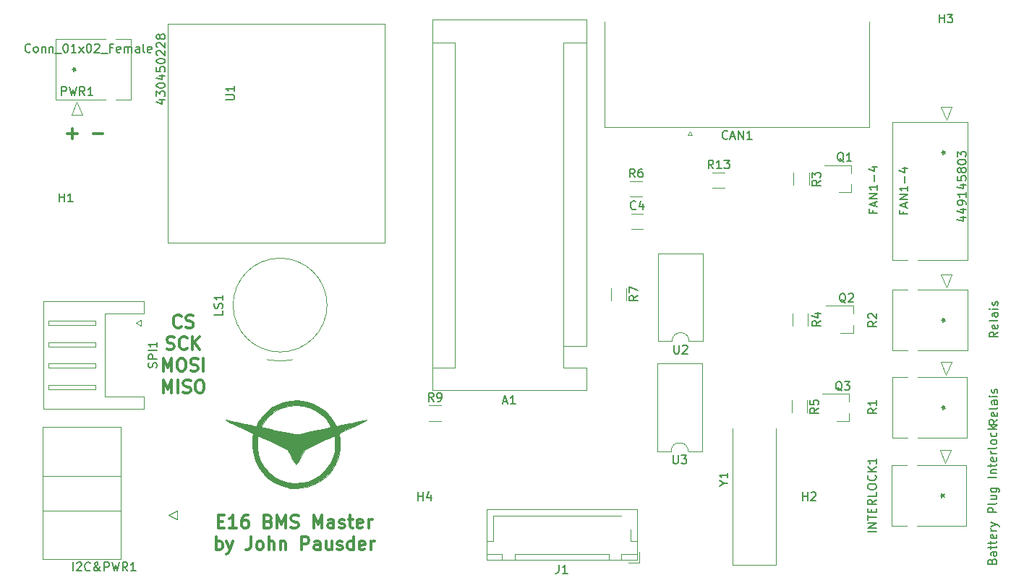
<source format=gbr>
%TF.GenerationSoftware,KiCad,Pcbnew,(5.1.10-1-10_14)*%
%TF.CreationDate,2022-01-10T15:26:04+01:00*%
%TF.ProjectId,E16 BMS Master,45313620-424d-4532-904d-61737465722e,rev?*%
%TF.SameCoordinates,Original*%
%TF.FileFunction,Legend,Top*%
%TF.FilePolarity,Positive*%
%FSLAX46Y46*%
G04 Gerber Fmt 4.6, Leading zero omitted, Abs format (unit mm)*
G04 Created by KiCad (PCBNEW (5.1.10-1-10_14)) date 2022-01-10 15:26:04*
%MOMM*%
%LPD*%
G01*
G04 APERTURE LIST*
%ADD10C,0.300000*%
%ADD11C,0.010000*%
%ADD12C,0.120000*%
%ADD13C,0.150000*%
G04 APERTURE END LIST*
D10*
X103186171Y-113594342D02*
X104329028Y-113594342D01*
X103757600Y-114165771D02*
X103757600Y-113022914D01*
X106186171Y-113594342D02*
X107329028Y-113594342D01*
X116488400Y-136207514D02*
X116416971Y-136278942D01*
X116202685Y-136350371D01*
X116059828Y-136350371D01*
X115845542Y-136278942D01*
X115702685Y-136136085D01*
X115631257Y-135993228D01*
X115559828Y-135707514D01*
X115559828Y-135493228D01*
X115631257Y-135207514D01*
X115702685Y-135064657D01*
X115845542Y-134921800D01*
X116059828Y-134850371D01*
X116202685Y-134850371D01*
X116416971Y-134921800D01*
X116488400Y-134993228D01*
X117059828Y-136278942D02*
X117274114Y-136350371D01*
X117631257Y-136350371D01*
X117774114Y-136278942D01*
X117845542Y-136207514D01*
X117916971Y-136064657D01*
X117916971Y-135921800D01*
X117845542Y-135778942D01*
X117774114Y-135707514D01*
X117631257Y-135636085D01*
X117345542Y-135564657D01*
X117202685Y-135493228D01*
X117131257Y-135421800D01*
X117059828Y-135278942D01*
X117059828Y-135136085D01*
X117131257Y-134993228D01*
X117202685Y-134921800D01*
X117345542Y-134850371D01*
X117702685Y-134850371D01*
X117916971Y-134921800D01*
X114809828Y-138828942D02*
X115024114Y-138900371D01*
X115381257Y-138900371D01*
X115524114Y-138828942D01*
X115595542Y-138757514D01*
X115666971Y-138614657D01*
X115666971Y-138471800D01*
X115595542Y-138328942D01*
X115524114Y-138257514D01*
X115381257Y-138186085D01*
X115095542Y-138114657D01*
X114952685Y-138043228D01*
X114881257Y-137971800D01*
X114809828Y-137828942D01*
X114809828Y-137686085D01*
X114881257Y-137543228D01*
X114952685Y-137471800D01*
X115095542Y-137400371D01*
X115452685Y-137400371D01*
X115666971Y-137471800D01*
X117166971Y-138757514D02*
X117095542Y-138828942D01*
X116881257Y-138900371D01*
X116738400Y-138900371D01*
X116524114Y-138828942D01*
X116381257Y-138686085D01*
X116309828Y-138543228D01*
X116238400Y-138257514D01*
X116238400Y-138043228D01*
X116309828Y-137757514D01*
X116381257Y-137614657D01*
X116524114Y-137471800D01*
X116738400Y-137400371D01*
X116881257Y-137400371D01*
X117095542Y-137471800D01*
X117166971Y-137543228D01*
X117809828Y-138900371D02*
X117809828Y-137400371D01*
X118666971Y-138900371D02*
X118024114Y-138043228D01*
X118666971Y-137400371D02*
X117809828Y-138257514D01*
X114381257Y-141450371D02*
X114381257Y-139950371D01*
X114881257Y-141021800D01*
X115381257Y-139950371D01*
X115381257Y-141450371D01*
X116381257Y-139950371D02*
X116666971Y-139950371D01*
X116809828Y-140021800D01*
X116952685Y-140164657D01*
X117024114Y-140450371D01*
X117024114Y-140950371D01*
X116952685Y-141236085D01*
X116809828Y-141378942D01*
X116666971Y-141450371D01*
X116381257Y-141450371D01*
X116238400Y-141378942D01*
X116095542Y-141236085D01*
X116024114Y-140950371D01*
X116024114Y-140450371D01*
X116095542Y-140164657D01*
X116238400Y-140021800D01*
X116381257Y-139950371D01*
X117595542Y-141378942D02*
X117809828Y-141450371D01*
X118166971Y-141450371D01*
X118309828Y-141378942D01*
X118381257Y-141307514D01*
X118452685Y-141164657D01*
X118452685Y-141021800D01*
X118381257Y-140878942D01*
X118309828Y-140807514D01*
X118166971Y-140736085D01*
X117881257Y-140664657D01*
X117738400Y-140593228D01*
X117666971Y-140521800D01*
X117595542Y-140378942D01*
X117595542Y-140236085D01*
X117666971Y-140093228D01*
X117738400Y-140021800D01*
X117881257Y-139950371D01*
X118238400Y-139950371D01*
X118452685Y-140021800D01*
X119095542Y-141450371D02*
X119095542Y-139950371D01*
X114381257Y-144000371D02*
X114381257Y-142500371D01*
X114881257Y-143571800D01*
X115381257Y-142500371D01*
X115381257Y-144000371D01*
X116095542Y-144000371D02*
X116095542Y-142500371D01*
X116738400Y-143928942D02*
X116952685Y-144000371D01*
X117309828Y-144000371D01*
X117452685Y-143928942D01*
X117524114Y-143857514D01*
X117595542Y-143714657D01*
X117595542Y-143571800D01*
X117524114Y-143428942D01*
X117452685Y-143357514D01*
X117309828Y-143286085D01*
X117024114Y-143214657D01*
X116881257Y-143143228D01*
X116809828Y-143071800D01*
X116738400Y-142928942D01*
X116738400Y-142786085D01*
X116809828Y-142643228D01*
X116881257Y-142571800D01*
X117024114Y-142500371D01*
X117381257Y-142500371D01*
X117595542Y-142571800D01*
X118524114Y-142500371D02*
X118809828Y-142500371D01*
X118952685Y-142571800D01*
X119095542Y-142714657D01*
X119166971Y-143000371D01*
X119166971Y-143500371D01*
X119095542Y-143786085D01*
X118952685Y-143928942D01*
X118809828Y-144000371D01*
X118524114Y-144000371D01*
X118381257Y-143928942D01*
X118238400Y-143786085D01*
X118166971Y-143500371D01*
X118166971Y-143000371D01*
X118238400Y-142714657D01*
X118381257Y-142571800D01*
X118524114Y-142500371D01*
X120850342Y-159044257D02*
X121350342Y-159044257D01*
X121564628Y-159829971D02*
X120850342Y-159829971D01*
X120850342Y-158329971D01*
X121564628Y-158329971D01*
X122993200Y-159829971D02*
X122136057Y-159829971D01*
X122564628Y-159829971D02*
X122564628Y-158329971D01*
X122421771Y-158544257D01*
X122278914Y-158687114D01*
X122136057Y-158758542D01*
X124278914Y-158329971D02*
X123993200Y-158329971D01*
X123850342Y-158401400D01*
X123778914Y-158472828D01*
X123636057Y-158687114D01*
X123564628Y-158972828D01*
X123564628Y-159544257D01*
X123636057Y-159687114D01*
X123707485Y-159758542D01*
X123850342Y-159829971D01*
X124136057Y-159829971D01*
X124278914Y-159758542D01*
X124350342Y-159687114D01*
X124421771Y-159544257D01*
X124421771Y-159187114D01*
X124350342Y-159044257D01*
X124278914Y-158972828D01*
X124136057Y-158901400D01*
X123850342Y-158901400D01*
X123707485Y-158972828D01*
X123636057Y-159044257D01*
X123564628Y-159187114D01*
X126707485Y-159044257D02*
X126921771Y-159115685D01*
X126993200Y-159187114D01*
X127064628Y-159329971D01*
X127064628Y-159544257D01*
X126993200Y-159687114D01*
X126921771Y-159758542D01*
X126778914Y-159829971D01*
X126207485Y-159829971D01*
X126207485Y-158329971D01*
X126707485Y-158329971D01*
X126850342Y-158401400D01*
X126921771Y-158472828D01*
X126993200Y-158615685D01*
X126993200Y-158758542D01*
X126921771Y-158901400D01*
X126850342Y-158972828D01*
X126707485Y-159044257D01*
X126207485Y-159044257D01*
X127707485Y-159829971D02*
X127707485Y-158329971D01*
X128207485Y-159401400D01*
X128707485Y-158329971D01*
X128707485Y-159829971D01*
X129350342Y-159758542D02*
X129564628Y-159829971D01*
X129921771Y-159829971D01*
X130064628Y-159758542D01*
X130136057Y-159687114D01*
X130207485Y-159544257D01*
X130207485Y-159401400D01*
X130136057Y-159258542D01*
X130064628Y-159187114D01*
X129921771Y-159115685D01*
X129636057Y-159044257D01*
X129493200Y-158972828D01*
X129421771Y-158901400D01*
X129350342Y-158758542D01*
X129350342Y-158615685D01*
X129421771Y-158472828D01*
X129493200Y-158401400D01*
X129636057Y-158329971D01*
X129993200Y-158329971D01*
X130207485Y-158401400D01*
X131993200Y-159829971D02*
X131993200Y-158329971D01*
X132493200Y-159401400D01*
X132993200Y-158329971D01*
X132993200Y-159829971D01*
X134350342Y-159829971D02*
X134350342Y-159044257D01*
X134278914Y-158901400D01*
X134136057Y-158829971D01*
X133850342Y-158829971D01*
X133707485Y-158901400D01*
X134350342Y-159758542D02*
X134207485Y-159829971D01*
X133850342Y-159829971D01*
X133707485Y-159758542D01*
X133636057Y-159615685D01*
X133636057Y-159472828D01*
X133707485Y-159329971D01*
X133850342Y-159258542D01*
X134207485Y-159258542D01*
X134350342Y-159187114D01*
X134993200Y-159758542D02*
X135136057Y-159829971D01*
X135421771Y-159829971D01*
X135564628Y-159758542D01*
X135636057Y-159615685D01*
X135636057Y-159544257D01*
X135564628Y-159401400D01*
X135421771Y-159329971D01*
X135207485Y-159329971D01*
X135064628Y-159258542D01*
X134993200Y-159115685D01*
X134993200Y-159044257D01*
X135064628Y-158901400D01*
X135207485Y-158829971D01*
X135421771Y-158829971D01*
X135564628Y-158901400D01*
X136064628Y-158829971D02*
X136636057Y-158829971D01*
X136278914Y-158329971D02*
X136278914Y-159615685D01*
X136350342Y-159758542D01*
X136493200Y-159829971D01*
X136636057Y-159829971D01*
X137707485Y-159758542D02*
X137564628Y-159829971D01*
X137278914Y-159829971D01*
X137136057Y-159758542D01*
X137064628Y-159615685D01*
X137064628Y-159044257D01*
X137136057Y-158901400D01*
X137278914Y-158829971D01*
X137564628Y-158829971D01*
X137707485Y-158901400D01*
X137778914Y-159044257D01*
X137778914Y-159187114D01*
X137064628Y-159329971D01*
X138421771Y-159829971D02*
X138421771Y-158829971D01*
X138421771Y-159115685D02*
X138493200Y-158972828D01*
X138564628Y-158901400D01*
X138707485Y-158829971D01*
X138850342Y-158829971D01*
X120600342Y-162379971D02*
X120600342Y-160879971D01*
X120600342Y-161451400D02*
X120743200Y-161379971D01*
X121028914Y-161379971D01*
X121171771Y-161451400D01*
X121243200Y-161522828D01*
X121314628Y-161665685D01*
X121314628Y-162094257D01*
X121243200Y-162237114D01*
X121171771Y-162308542D01*
X121028914Y-162379971D01*
X120743200Y-162379971D01*
X120600342Y-162308542D01*
X121814628Y-161379971D02*
X122171771Y-162379971D01*
X122528914Y-161379971D02*
X122171771Y-162379971D01*
X122028914Y-162737114D01*
X121957485Y-162808542D01*
X121814628Y-162879971D01*
X124671771Y-160879971D02*
X124671771Y-161951400D01*
X124600342Y-162165685D01*
X124457485Y-162308542D01*
X124243200Y-162379971D01*
X124100342Y-162379971D01*
X125600342Y-162379971D02*
X125457485Y-162308542D01*
X125386057Y-162237114D01*
X125314628Y-162094257D01*
X125314628Y-161665685D01*
X125386057Y-161522828D01*
X125457485Y-161451400D01*
X125600342Y-161379971D01*
X125814628Y-161379971D01*
X125957485Y-161451400D01*
X126028914Y-161522828D01*
X126100342Y-161665685D01*
X126100342Y-162094257D01*
X126028914Y-162237114D01*
X125957485Y-162308542D01*
X125814628Y-162379971D01*
X125600342Y-162379971D01*
X126743200Y-162379971D02*
X126743200Y-160879971D01*
X127386057Y-162379971D02*
X127386057Y-161594257D01*
X127314628Y-161451400D01*
X127171771Y-161379971D01*
X126957485Y-161379971D01*
X126814628Y-161451400D01*
X126743200Y-161522828D01*
X128100342Y-161379971D02*
X128100342Y-162379971D01*
X128100342Y-161522828D02*
X128171771Y-161451400D01*
X128314628Y-161379971D01*
X128528914Y-161379971D01*
X128671771Y-161451400D01*
X128743200Y-161594257D01*
X128743200Y-162379971D01*
X130600342Y-162379971D02*
X130600342Y-160879971D01*
X131171771Y-160879971D01*
X131314628Y-160951400D01*
X131386057Y-161022828D01*
X131457485Y-161165685D01*
X131457485Y-161379971D01*
X131386057Y-161522828D01*
X131314628Y-161594257D01*
X131171771Y-161665685D01*
X130600342Y-161665685D01*
X132743200Y-162379971D02*
X132743200Y-161594257D01*
X132671771Y-161451400D01*
X132528914Y-161379971D01*
X132243200Y-161379971D01*
X132100342Y-161451400D01*
X132743200Y-162308542D02*
X132600342Y-162379971D01*
X132243200Y-162379971D01*
X132100342Y-162308542D01*
X132028914Y-162165685D01*
X132028914Y-162022828D01*
X132100342Y-161879971D01*
X132243200Y-161808542D01*
X132600342Y-161808542D01*
X132743200Y-161737114D01*
X134100342Y-161379971D02*
X134100342Y-162379971D01*
X133457485Y-161379971D02*
X133457485Y-162165685D01*
X133528914Y-162308542D01*
X133671771Y-162379971D01*
X133886057Y-162379971D01*
X134028914Y-162308542D01*
X134100342Y-162237114D01*
X134743200Y-162308542D02*
X134886057Y-162379971D01*
X135171771Y-162379971D01*
X135314628Y-162308542D01*
X135386057Y-162165685D01*
X135386057Y-162094257D01*
X135314628Y-161951400D01*
X135171771Y-161879971D01*
X134957485Y-161879971D01*
X134814628Y-161808542D01*
X134743200Y-161665685D01*
X134743200Y-161594257D01*
X134814628Y-161451400D01*
X134957485Y-161379971D01*
X135171771Y-161379971D01*
X135314628Y-161451400D01*
X136671771Y-162379971D02*
X136671771Y-160879971D01*
X136671771Y-162308542D02*
X136528914Y-162379971D01*
X136243200Y-162379971D01*
X136100342Y-162308542D01*
X136028914Y-162237114D01*
X135957485Y-162094257D01*
X135957485Y-161665685D01*
X136028914Y-161522828D01*
X136100342Y-161451400D01*
X136243200Y-161379971D01*
X136528914Y-161379971D01*
X136671771Y-161451400D01*
X137957485Y-162308542D02*
X137814628Y-162379971D01*
X137528914Y-162379971D01*
X137386057Y-162308542D01*
X137314628Y-162165685D01*
X137314628Y-161594257D01*
X137386057Y-161451400D01*
X137528914Y-161379971D01*
X137814628Y-161379971D01*
X137957485Y-161451400D01*
X138028914Y-161594257D01*
X138028914Y-161737114D01*
X137314628Y-161879971D01*
X138671771Y-162379971D02*
X138671771Y-161379971D01*
X138671771Y-161665685D02*
X138743200Y-161522828D01*
X138814628Y-161451400D01*
X138957485Y-161379971D01*
X139100342Y-161379971D01*
D11*
%TO.C,H5*%
G36*
X131049045Y-144986547D02*
G01*
X131164797Y-145014696D01*
X131945231Y-145283934D01*
X132684096Y-145671964D01*
X133350792Y-146156182D01*
X133914717Y-146713985D01*
X134345270Y-147322769D01*
X134383204Y-147391933D01*
X134513940Y-147636408D01*
X134608394Y-147811218D01*
X134643148Y-147873455D01*
X134726203Y-147862496D01*
X134950518Y-147820526D01*
X135291864Y-147752414D01*
X135726011Y-147663029D01*
X136228730Y-147557239D01*
X136424230Y-147515564D01*
X136946574Y-147405096D01*
X137409832Y-147309533D01*
X137789617Y-147233706D01*
X138061536Y-147182449D01*
X138201202Y-147160593D01*
X138214421Y-147160865D01*
X138148162Y-147201361D01*
X137949720Y-147301559D01*
X137640990Y-147450920D01*
X137243865Y-147638906D01*
X136780240Y-147854976D01*
X136591535Y-147942090D01*
X136017505Y-148209814D01*
X135585591Y-148419786D01*
X135281764Y-148579769D01*
X135091996Y-148697529D01*
X135002256Y-148780832D01*
X134992744Y-148827067D01*
X135018621Y-148965114D01*
X135047413Y-149225743D01*
X135074340Y-149562377D01*
X135083991Y-149716067D01*
X135058119Y-150642671D01*
X134879557Y-151519341D01*
X134560588Y-152332563D01*
X134113496Y-153068821D01*
X133550565Y-153714602D01*
X132884080Y-154256390D01*
X132126325Y-154680671D01*
X131289583Y-154973930D01*
X130386138Y-155122653D01*
X130158067Y-155135433D01*
X129772693Y-155144203D01*
X129431077Y-155143426D01*
X129181949Y-155133621D01*
X129099734Y-155124139D01*
X128190773Y-154868234D01*
X127365560Y-154476807D01*
X126635294Y-153963972D01*
X126011172Y-153343843D01*
X125504394Y-152630535D01*
X125126158Y-151838162D01*
X124887664Y-150980839D01*
X124800109Y-150072679D01*
X124804332Y-149899571D01*
X125378184Y-149899571D01*
X125390553Y-150296886D01*
X125418932Y-150685249D01*
X125462268Y-151020395D01*
X125497400Y-151186645D01*
X125780467Y-151941968D01*
X126205103Y-152656968D01*
X126743560Y-153293664D01*
X127368091Y-153814073D01*
X127462584Y-153876624D01*
X128202389Y-154254892D01*
X129006478Y-154493906D01*
X129841007Y-154589368D01*
X130672134Y-154536979D01*
X131356228Y-154371120D01*
X132165637Y-154015314D01*
X132881019Y-153529788D01*
X133487824Y-152929786D01*
X133971504Y-152230554D01*
X134317509Y-151447337D01*
X134395400Y-151186645D01*
X134447764Y-150908852D01*
X134485845Y-150549483D01*
X134508591Y-150152806D01*
X134514948Y-149763090D01*
X134503864Y-149424601D01*
X134474283Y-149181609D01*
X134445129Y-149096606D01*
X134385441Y-149074907D01*
X134250949Y-149100271D01*
X134026250Y-149178660D01*
X133695943Y-149316038D01*
X133244624Y-149518365D01*
X132690394Y-149775867D01*
X131006338Y-150566589D01*
X130497536Y-151472726D01*
X130299509Y-151819621D01*
X130130331Y-152105161D01*
X130007276Y-152300947D01*
X129947616Y-152378582D01*
X129946400Y-152378863D01*
X129891215Y-152309445D01*
X129771570Y-152120124D01*
X129604737Y-151839298D01*
X129407990Y-151495365D01*
X129395265Y-151472726D01*
X128886463Y-150566589D01*
X127202406Y-149775867D01*
X126622000Y-149506386D01*
X126177222Y-149307514D01*
X125852671Y-149173288D01*
X125632944Y-149097746D01*
X125502638Y-149074925D01*
X125447671Y-149096606D01*
X125405690Y-149255164D01*
X125382878Y-149537575D01*
X125378184Y-149899571D01*
X124804332Y-149899571D01*
X124808809Y-149716067D01*
X124833513Y-149361324D01*
X124862100Y-149062917D01*
X124889791Y-148867423D01*
X124900057Y-148827067D01*
X124878902Y-148765340D01*
X124768712Y-148675240D01*
X124555457Y-148549004D01*
X124225108Y-148378865D01*
X123763638Y-148157057D01*
X123326123Y-147953647D01*
X125872837Y-147953647D01*
X125884941Y-148005653D01*
X125984097Y-148038584D01*
X126221489Y-148097845D01*
X126569097Y-148177634D01*
X126998902Y-148272148D01*
X127482882Y-148375585D01*
X127993017Y-148482144D01*
X128501287Y-148586021D01*
X128979672Y-148681414D01*
X129400152Y-148762522D01*
X129734706Y-148823542D01*
X129955313Y-148858672D01*
X130031067Y-148864204D01*
X130147666Y-148839196D01*
X130404814Y-148785086D01*
X130777254Y-148707154D01*
X131239731Y-148610680D01*
X131766986Y-148500943D01*
X132063067Y-148439418D01*
X132608148Y-148325045D01*
X133095848Y-148220489D01*
X133502342Y-148131038D01*
X133803806Y-148061983D01*
X133976417Y-148018614D01*
X134007860Y-148007571D01*
X134007207Y-147902301D01*
X133912593Y-147705119D01*
X133745746Y-147447768D01*
X133528391Y-147161990D01*
X133282254Y-146879527D01*
X133130056Y-146725096D01*
X132436338Y-146167932D01*
X131679580Y-145767904D01*
X130860559Y-145525325D01*
X129980050Y-145440508D01*
X129946400Y-145440400D01*
X129063638Y-145519391D01*
X128242334Y-145756156D01*
X127483265Y-146150381D01*
X126787207Y-146701753D01*
X126762744Y-146725096D01*
X126511471Y-146988568D01*
X126275102Y-147274877D01*
X126075378Y-147552306D01*
X125934043Y-147789135D01*
X125872837Y-147953647D01*
X123326123Y-147953647D01*
X123301265Y-147942090D01*
X122818144Y-147718125D01*
X122393218Y-147518247D01*
X122048383Y-147352995D01*
X121805532Y-147232908D01*
X121686559Y-147168527D01*
X121678380Y-147160865D01*
X121764202Y-147170896D01*
X121991101Y-147212077D01*
X122334686Y-147279575D01*
X122770567Y-147368557D01*
X123274355Y-147474192D01*
X123468570Y-147515564D01*
X123990255Y-147626121D01*
X124452197Y-147722048D01*
X124830167Y-147798476D01*
X125099936Y-147850536D01*
X125237274Y-147873360D01*
X125249652Y-147873455D01*
X125293641Y-147794267D01*
X125394008Y-147608191D01*
X125509596Y-147391933D01*
X125815287Y-146931076D01*
X126234083Y-146456074D01*
X126720143Y-146011168D01*
X127227621Y-145640599D01*
X127470844Y-145499231D01*
X128353830Y-145122528D01*
X129250673Y-144910707D01*
X130152152Y-144864977D01*
X131049045Y-144986547D01*
G37*
X131049045Y-144986547D02*
X131164797Y-145014696D01*
X131945231Y-145283934D01*
X132684096Y-145671964D01*
X133350792Y-146156182D01*
X133914717Y-146713985D01*
X134345270Y-147322769D01*
X134383204Y-147391933D01*
X134513940Y-147636408D01*
X134608394Y-147811218D01*
X134643148Y-147873455D01*
X134726203Y-147862496D01*
X134950518Y-147820526D01*
X135291864Y-147752414D01*
X135726011Y-147663029D01*
X136228730Y-147557239D01*
X136424230Y-147515564D01*
X136946574Y-147405096D01*
X137409832Y-147309533D01*
X137789617Y-147233706D01*
X138061536Y-147182449D01*
X138201202Y-147160593D01*
X138214421Y-147160865D01*
X138148162Y-147201361D01*
X137949720Y-147301559D01*
X137640990Y-147450920D01*
X137243865Y-147638906D01*
X136780240Y-147854976D01*
X136591535Y-147942090D01*
X136017505Y-148209814D01*
X135585591Y-148419786D01*
X135281764Y-148579769D01*
X135091996Y-148697529D01*
X135002256Y-148780832D01*
X134992744Y-148827067D01*
X135018621Y-148965114D01*
X135047413Y-149225743D01*
X135074340Y-149562377D01*
X135083991Y-149716067D01*
X135058119Y-150642671D01*
X134879557Y-151519341D01*
X134560588Y-152332563D01*
X134113496Y-153068821D01*
X133550565Y-153714602D01*
X132884080Y-154256390D01*
X132126325Y-154680671D01*
X131289583Y-154973930D01*
X130386138Y-155122653D01*
X130158067Y-155135433D01*
X129772693Y-155144203D01*
X129431077Y-155143426D01*
X129181949Y-155133621D01*
X129099734Y-155124139D01*
X128190773Y-154868234D01*
X127365560Y-154476807D01*
X126635294Y-153963972D01*
X126011172Y-153343843D01*
X125504394Y-152630535D01*
X125126158Y-151838162D01*
X124887664Y-150980839D01*
X124800109Y-150072679D01*
X124804332Y-149899571D01*
X125378184Y-149899571D01*
X125390553Y-150296886D01*
X125418932Y-150685249D01*
X125462268Y-151020395D01*
X125497400Y-151186645D01*
X125780467Y-151941968D01*
X126205103Y-152656968D01*
X126743560Y-153293664D01*
X127368091Y-153814073D01*
X127462584Y-153876624D01*
X128202389Y-154254892D01*
X129006478Y-154493906D01*
X129841007Y-154589368D01*
X130672134Y-154536979D01*
X131356228Y-154371120D01*
X132165637Y-154015314D01*
X132881019Y-153529788D01*
X133487824Y-152929786D01*
X133971504Y-152230554D01*
X134317509Y-151447337D01*
X134395400Y-151186645D01*
X134447764Y-150908852D01*
X134485845Y-150549483D01*
X134508591Y-150152806D01*
X134514948Y-149763090D01*
X134503864Y-149424601D01*
X134474283Y-149181609D01*
X134445129Y-149096606D01*
X134385441Y-149074907D01*
X134250949Y-149100271D01*
X134026250Y-149178660D01*
X133695943Y-149316038D01*
X133244624Y-149518365D01*
X132690394Y-149775867D01*
X131006338Y-150566589D01*
X130497536Y-151472726D01*
X130299509Y-151819621D01*
X130130331Y-152105161D01*
X130007276Y-152300947D01*
X129947616Y-152378582D01*
X129946400Y-152378863D01*
X129891215Y-152309445D01*
X129771570Y-152120124D01*
X129604737Y-151839298D01*
X129407990Y-151495365D01*
X129395265Y-151472726D01*
X128886463Y-150566589D01*
X127202406Y-149775867D01*
X126622000Y-149506386D01*
X126177222Y-149307514D01*
X125852671Y-149173288D01*
X125632944Y-149097746D01*
X125502638Y-149074925D01*
X125447671Y-149096606D01*
X125405690Y-149255164D01*
X125382878Y-149537575D01*
X125378184Y-149899571D01*
X124804332Y-149899571D01*
X124808809Y-149716067D01*
X124833513Y-149361324D01*
X124862100Y-149062917D01*
X124889791Y-148867423D01*
X124900057Y-148827067D01*
X124878902Y-148765340D01*
X124768712Y-148675240D01*
X124555457Y-148549004D01*
X124225108Y-148378865D01*
X123763638Y-148157057D01*
X123326123Y-147953647D01*
X125872837Y-147953647D01*
X125884941Y-148005653D01*
X125984097Y-148038584D01*
X126221489Y-148097845D01*
X126569097Y-148177634D01*
X126998902Y-148272148D01*
X127482882Y-148375585D01*
X127993017Y-148482144D01*
X128501287Y-148586021D01*
X128979672Y-148681414D01*
X129400152Y-148762522D01*
X129734706Y-148823542D01*
X129955313Y-148858672D01*
X130031067Y-148864204D01*
X130147666Y-148839196D01*
X130404814Y-148785086D01*
X130777254Y-148707154D01*
X131239731Y-148610680D01*
X131766986Y-148500943D01*
X132063067Y-148439418D01*
X132608148Y-148325045D01*
X133095848Y-148220489D01*
X133502342Y-148131038D01*
X133803806Y-148061983D01*
X133976417Y-148018614D01*
X134007860Y-148007571D01*
X134007207Y-147902301D01*
X133912593Y-147705119D01*
X133745746Y-147447768D01*
X133528391Y-147161990D01*
X133282254Y-146879527D01*
X133130056Y-146725096D01*
X132436338Y-146167932D01*
X131679580Y-145767904D01*
X130860559Y-145525325D01*
X129980050Y-145440508D01*
X129946400Y-145440400D01*
X129063638Y-145519391D01*
X128242334Y-145756156D01*
X127483265Y-146150381D01*
X126787207Y-146701753D01*
X126762744Y-146725096D01*
X126511471Y-146988568D01*
X126275102Y-147274877D01*
X126075378Y-147552306D01*
X125934043Y-147789135D01*
X125872837Y-147953647D01*
X123326123Y-147953647D01*
X123301265Y-147942090D01*
X122818144Y-147718125D01*
X122393218Y-147518247D01*
X122048383Y-147352995D01*
X121805532Y-147232908D01*
X121686559Y-147168527D01*
X121678380Y-147160865D01*
X121764202Y-147170896D01*
X121991101Y-147212077D01*
X122334686Y-147279575D01*
X122770567Y-147368557D01*
X123274355Y-147474192D01*
X123468570Y-147515564D01*
X123990255Y-147626121D01*
X124452197Y-147722048D01*
X124830167Y-147798476D01*
X125099936Y-147850536D01*
X125237274Y-147873360D01*
X125249652Y-147873455D01*
X125293641Y-147794267D01*
X125394008Y-147608191D01*
X125509596Y-147391933D01*
X125815287Y-146931076D01*
X126234083Y-146456074D01*
X126720143Y-146011168D01*
X127227621Y-145640599D01*
X127470844Y-145499231D01*
X128353830Y-145122528D01*
X129250673Y-144910707D01*
X130152152Y-144864977D01*
X131049045Y-144986547D01*
D12*
%TO.C,I2C&PWR1*%
X109420400Y-157802800D02*
X100300400Y-157802800D01*
X109420400Y-153702800D02*
X100300400Y-153702800D01*
X109420400Y-163502800D02*
X100300400Y-163502800D01*
X100300400Y-163502800D02*
X100300400Y-148002800D01*
X100300400Y-148002800D02*
X109420400Y-148002800D01*
X109420400Y-148002800D02*
X109420400Y-163502800D01*
X115040400Y-158292800D02*
X116040400Y-158792800D01*
X116040400Y-158792800D02*
X116040400Y-157792800D01*
X116040400Y-157792800D02*
X115040400Y-158292800D01*
%TO.C,Q3*%
X194714400Y-147274400D02*
X194714400Y-146344400D01*
X194714400Y-144114400D02*
X194714400Y-145044400D01*
X194714400Y-144114400D02*
X191554400Y-144114400D01*
X194714400Y-147274400D02*
X193254400Y-147274400D01*
%TO.C,Q2*%
X195149500Y-136952900D02*
X195149500Y-136022900D01*
X195149500Y-133792900D02*
X195149500Y-134722900D01*
X195149500Y-133792900D02*
X191989500Y-133792900D01*
X195149500Y-136952900D02*
X193689500Y-136952900D01*
%TO.C,Q1*%
X194917600Y-120452000D02*
X194917600Y-119522000D01*
X194917600Y-117292000D02*
X194917600Y-118222000D01*
X194917600Y-117292000D02*
X191757600Y-117292000D01*
X194917600Y-120452000D02*
X193457600Y-120452000D01*
%TO.C,J1*%
X169844400Y-163597600D02*
X169844400Y-157627600D01*
X169844400Y-157627600D02*
X152224400Y-157627600D01*
X152224400Y-157627600D02*
X152224400Y-163597600D01*
X152224400Y-163597600D02*
X169844400Y-163597600D01*
X166534400Y-163587600D02*
X166534400Y-162837600D01*
X166534400Y-162837600D02*
X155534400Y-162837600D01*
X155534400Y-162837600D02*
X155534400Y-163587600D01*
X155534400Y-163587600D02*
X166534400Y-163587600D01*
X169834400Y-163587600D02*
X169834400Y-162837600D01*
X169834400Y-162837600D02*
X168034400Y-162837600D01*
X168034400Y-162837600D02*
X168034400Y-163587600D01*
X168034400Y-163587600D02*
X169834400Y-163587600D01*
X154034400Y-163587600D02*
X154034400Y-162837600D01*
X154034400Y-162837600D02*
X152234400Y-162837600D01*
X152234400Y-162837600D02*
X152234400Y-163587600D01*
X152234400Y-163587600D02*
X154034400Y-163587600D01*
X169834400Y-161337600D02*
X169084400Y-161337600D01*
X169084400Y-161337600D02*
X169084400Y-159997600D01*
X161034400Y-158387600D02*
X168024400Y-158387600D01*
X152234400Y-161337600D02*
X152984400Y-161337600D01*
X152984400Y-161337600D02*
X152984400Y-158387600D01*
X152984400Y-158387600D02*
X161034400Y-158387600D01*
X168884400Y-163887600D02*
X170134400Y-163887600D01*
X170134400Y-163887600D02*
X170134400Y-162637600D01*
%TO.C,FAN1-4*%
X206095600Y-111995014D02*
X205460600Y-110471014D01*
X205460600Y-110471014D02*
X206730600Y-110471014D01*
X206730600Y-110471014D02*
X206095600Y-111995014D01*
X199765600Y-128398981D02*
X201556994Y-128398981D01*
X208565600Y-128398981D02*
X208565600Y-112249014D01*
X208565600Y-112249014D02*
X202754229Y-112249014D01*
X199765600Y-112249014D02*
X199765600Y-128398981D01*
X202754229Y-112249014D02*
X199765600Y-112249014D01*
X202754206Y-128398981D02*
X208565600Y-128398981D01*
%TO.C,R1*%
X202699887Y-149269391D02*
X208514800Y-149269391D01*
X201509706Y-142119406D02*
X199744800Y-142119406D01*
X199744800Y-142119406D02*
X199744800Y-149269391D01*
X208514800Y-142119406D02*
X202699894Y-142119406D01*
X208514800Y-149269391D02*
X208514800Y-142119406D01*
X199744800Y-149269391D02*
X201509713Y-149269391D01*
X206679800Y-140341406D02*
X206044800Y-141865406D01*
X205409800Y-140341406D02*
X206679800Y-140341406D01*
X206044800Y-141865406D02*
X205409800Y-140341406D01*
%TO.C,R2*%
X202750687Y-139007791D02*
X208565600Y-139007791D01*
X201560506Y-131857806D02*
X199795600Y-131857806D01*
X199795600Y-131857806D02*
X199795600Y-139007791D01*
X208565600Y-131857806D02*
X202750694Y-131857806D01*
X208565600Y-139007791D02*
X208565600Y-131857806D01*
X199795600Y-139007791D02*
X201560513Y-139007791D01*
X206730600Y-130079806D02*
X206095600Y-131603806D01*
X205460600Y-130079806D02*
X206730600Y-130079806D01*
X206095600Y-131603806D02*
X205460600Y-130079806D01*
%TO.C,INTERLOCK1*%
X202598287Y-159581791D02*
X208413200Y-159581791D01*
X201408106Y-152431806D02*
X199643200Y-152431806D01*
X199643200Y-152431806D02*
X199643200Y-159581791D01*
X208413200Y-152431806D02*
X202598294Y-152431806D01*
X208413200Y-159581791D02*
X208413200Y-152431806D01*
X199643200Y-159581791D02*
X201408113Y-159581791D01*
X206578200Y-150653806D02*
X205943200Y-152177806D01*
X205308200Y-150653806D02*
X206578200Y-150653806D01*
X205943200Y-152177806D02*
X205308200Y-150653806D01*
%TO.C,U1*%
X140360400Y-100768800D02*
X114960400Y-100768800D01*
X114960400Y-100768800D02*
X114960400Y-126408800D01*
X114960400Y-126408800D02*
X140360400Y-126408800D01*
X140360400Y-126408800D02*
X140360400Y-100768800D01*
%TO.C,A1*%
X161239200Y-138480800D02*
X161239200Y-141020800D01*
X161239200Y-141020800D02*
X163909200Y-141020800D01*
X163909200Y-138480800D02*
X163909200Y-100250800D01*
X163909200Y-143690800D02*
X163909200Y-141020800D01*
X148539200Y-141020800D02*
X145869200Y-141020800D01*
X148539200Y-141020800D02*
X148539200Y-102920800D01*
X148539200Y-102920800D02*
X145869200Y-102920800D01*
X161239200Y-138480800D02*
X163909200Y-138480800D01*
X161239200Y-138480800D02*
X161239200Y-102920800D01*
X161239200Y-102920800D02*
X163909200Y-102920800D01*
X163909200Y-100250800D02*
X145869200Y-100250800D01*
X145869200Y-100250800D02*
X145869200Y-143690800D01*
X145869200Y-143690800D02*
X163909200Y-143690800D01*
%TO.C,LS1*%
X133566800Y-133694800D02*
G75*
G03*
X133566800Y-133694800I-5500000J0D01*
G01*
X129566799Y-140094800D02*
G75*
G02*
X126566800Y-140094800I-1499999J6400000D01*
G01*
%TO.C,Y1*%
X181041200Y-148176400D02*
X181041200Y-164151400D01*
X181041200Y-164151400D02*
X186141200Y-164151400D01*
X186141200Y-164151400D02*
X186141200Y-148176400D01*
%TO.C,U3*%
X175853600Y-150834400D02*
X177503600Y-150834400D01*
X177503600Y-150834400D02*
X177503600Y-140554400D01*
X177503600Y-140554400D02*
X172203600Y-140554400D01*
X172203600Y-140554400D02*
X172203600Y-150834400D01*
X172203600Y-150834400D02*
X173853600Y-150834400D01*
X173853600Y-150834400D02*
G75*
G02*
X175853600Y-150834400I1000000J0D01*
G01*
%TO.C,U2*%
X175955200Y-137931200D02*
X177605200Y-137931200D01*
X177605200Y-137931200D02*
X177605200Y-127651200D01*
X177605200Y-127651200D02*
X172305200Y-127651200D01*
X172305200Y-127651200D02*
X172305200Y-137931200D01*
X172305200Y-137931200D02*
X173955200Y-137931200D01*
X173955200Y-137931200D02*
G75*
G02*
X175955200Y-137931200I1000000J0D01*
G01*
%TO.C,SPI1*%
X100367200Y-139538400D02*
X100367200Y-133228400D01*
X100367200Y-133228400D02*
X112087200Y-133228400D01*
X112087200Y-133228400D02*
X112087200Y-134648400D01*
X112087200Y-134648400D02*
X107587200Y-134648400D01*
X107587200Y-134648400D02*
X107587200Y-139538400D01*
X100367200Y-139538400D02*
X100367200Y-145848400D01*
X100367200Y-145848400D02*
X112087200Y-145848400D01*
X112087200Y-145848400D02*
X112087200Y-144428400D01*
X112087200Y-144428400D02*
X107587200Y-144428400D01*
X107587200Y-144428400D02*
X107587200Y-139538400D01*
X106477200Y-135538400D02*
X100977200Y-135538400D01*
X100977200Y-135538400D02*
X100977200Y-136038400D01*
X100977200Y-136038400D02*
X106477200Y-136038400D01*
X106477200Y-136038400D02*
X106477200Y-135538400D01*
X106477200Y-138038400D02*
X100977200Y-138038400D01*
X100977200Y-138038400D02*
X100977200Y-138538400D01*
X100977200Y-138538400D02*
X106477200Y-138538400D01*
X106477200Y-138538400D02*
X106477200Y-138038400D01*
X106477200Y-140538400D02*
X100977200Y-140538400D01*
X100977200Y-140538400D02*
X100977200Y-141038400D01*
X100977200Y-141038400D02*
X106477200Y-141038400D01*
X106477200Y-141038400D02*
X106477200Y-140538400D01*
X106477200Y-143038400D02*
X100977200Y-143038400D01*
X100977200Y-143038400D02*
X100977200Y-143538400D01*
X100977200Y-143538400D02*
X106477200Y-143538400D01*
X106477200Y-143538400D02*
X106477200Y-143038400D01*
X111177200Y-135788400D02*
X111777200Y-135488400D01*
X111777200Y-135488400D02*
X111777200Y-136088400D01*
X111777200Y-136088400D02*
X111177200Y-135788400D01*
%TO.C,R13*%
X178698536Y-118165200D02*
X180152664Y-118165200D01*
X178698536Y-119985200D02*
X180152664Y-119985200D01*
%TO.C,R9*%
X145475336Y-145444800D02*
X146929464Y-145444800D01*
X145475336Y-147264800D02*
X146929464Y-147264800D01*
%TO.C,R7*%
X168600800Y-131683736D02*
X168600800Y-133137864D01*
X166780800Y-131683736D02*
X166780800Y-133137864D01*
%TO.C,R6*%
X169046536Y-119181200D02*
X170500664Y-119181200D01*
X169046536Y-121001200D02*
X170500664Y-121001200D01*
%TO.C,R5*%
X187964400Y-146319864D02*
X187964400Y-144865736D01*
X189784400Y-146319864D02*
X189784400Y-144865736D01*
%TO.C,R4*%
X188066000Y-136159864D02*
X188066000Y-134705736D01*
X189886000Y-136159864D02*
X189886000Y-134705736D01*
%TO.C,R3*%
X189987600Y-118195736D02*
X189987600Y-119649864D01*
X188167600Y-118195736D02*
X188167600Y-119649864D01*
%TO.C,PWR1*%
X104292400Y-109899394D02*
X104927400Y-111423394D01*
X104927400Y-111423394D02*
X103657400Y-111423394D01*
X103657400Y-111423394D02*
X104292400Y-109899394D01*
X110592400Y-102495409D02*
X108827487Y-102495409D01*
X101822400Y-102495409D02*
X101822400Y-109645394D01*
X101822400Y-109645394D02*
X107637306Y-109645394D01*
X110592400Y-109645394D02*
X110592400Y-102495409D01*
X108827494Y-109645394D02*
X110592400Y-109645394D01*
X107637313Y-102495409D02*
X101822400Y-102495409D01*
%TO.C,CAN1*%
X197047000Y-100518000D02*
X197047000Y-112858000D01*
X197047000Y-112858000D02*
X166077000Y-112858000D01*
X166077000Y-112858000D02*
X166077000Y-100518000D01*
X176272000Y-113752338D02*
X175772000Y-113752338D01*
X175772000Y-113752338D02*
X176022000Y-113319325D01*
X176022000Y-113319325D02*
X176272000Y-113752338D01*
%TO.C,C4*%
X169163948Y-122991200D02*
X170586452Y-122991200D01*
X169163948Y-124811200D02*
X170586452Y-124811200D01*
%TO.C,I2C&PWR1*%
D13*
X103832542Y-164845180D02*
X103832542Y-163845180D01*
X104261114Y-163940419D02*
X104308733Y-163892800D01*
X104403971Y-163845180D01*
X104642066Y-163845180D01*
X104737304Y-163892800D01*
X104784923Y-163940419D01*
X104832542Y-164035657D01*
X104832542Y-164130895D01*
X104784923Y-164273752D01*
X104213495Y-164845180D01*
X104832542Y-164845180D01*
X105832542Y-164749942D02*
X105784923Y-164797561D01*
X105642066Y-164845180D01*
X105546828Y-164845180D01*
X105403971Y-164797561D01*
X105308733Y-164702323D01*
X105261114Y-164607085D01*
X105213495Y-164416609D01*
X105213495Y-164273752D01*
X105261114Y-164083276D01*
X105308733Y-163988038D01*
X105403971Y-163892800D01*
X105546828Y-163845180D01*
X105642066Y-163845180D01*
X105784923Y-163892800D01*
X105832542Y-163940419D01*
X107070638Y-164845180D02*
X107023019Y-164845180D01*
X106927780Y-164797561D01*
X106784923Y-164654704D01*
X106546828Y-164368990D01*
X106451590Y-164226133D01*
X106403971Y-164083276D01*
X106403971Y-163988038D01*
X106451590Y-163892800D01*
X106546828Y-163845180D01*
X106594447Y-163845180D01*
X106689685Y-163892800D01*
X106737304Y-163988038D01*
X106737304Y-164035657D01*
X106689685Y-164130895D01*
X106642066Y-164178514D01*
X106356352Y-164368990D01*
X106308733Y-164416609D01*
X106261114Y-164511847D01*
X106261114Y-164654704D01*
X106308733Y-164749942D01*
X106356352Y-164797561D01*
X106451590Y-164845180D01*
X106594447Y-164845180D01*
X106689685Y-164797561D01*
X106737304Y-164749942D01*
X106880161Y-164559466D01*
X106927780Y-164416609D01*
X106927780Y-164321371D01*
X107499209Y-164845180D02*
X107499209Y-163845180D01*
X107880161Y-163845180D01*
X107975400Y-163892800D01*
X108023019Y-163940419D01*
X108070638Y-164035657D01*
X108070638Y-164178514D01*
X108023019Y-164273752D01*
X107975400Y-164321371D01*
X107880161Y-164368990D01*
X107499209Y-164368990D01*
X108403971Y-163845180D02*
X108642066Y-164845180D01*
X108832542Y-164130895D01*
X109023019Y-164845180D01*
X109261114Y-163845180D01*
X110213495Y-164845180D02*
X109880161Y-164368990D01*
X109642066Y-164845180D02*
X109642066Y-163845180D01*
X110023019Y-163845180D01*
X110118257Y-163892800D01*
X110165876Y-163940419D01*
X110213495Y-164035657D01*
X110213495Y-164178514D01*
X110165876Y-164273752D01*
X110118257Y-164321371D01*
X110023019Y-164368990D01*
X109642066Y-164368990D01*
X111165876Y-164845180D02*
X110594447Y-164845180D01*
X110880161Y-164845180D02*
X110880161Y-163845180D01*
X110784923Y-163988038D01*
X110689685Y-164083276D01*
X110594447Y-164130895D01*
%TO.C,Q3*%
X193859161Y-143742019D02*
X193763923Y-143694400D01*
X193668685Y-143599161D01*
X193525828Y-143456304D01*
X193430590Y-143408685D01*
X193335352Y-143408685D01*
X193382971Y-143646780D02*
X193287733Y-143599161D01*
X193192495Y-143503923D01*
X193144876Y-143313447D01*
X193144876Y-142980114D01*
X193192495Y-142789638D01*
X193287733Y-142694400D01*
X193382971Y-142646780D01*
X193573447Y-142646780D01*
X193668685Y-142694400D01*
X193763923Y-142789638D01*
X193811542Y-142980114D01*
X193811542Y-143313447D01*
X193763923Y-143503923D01*
X193668685Y-143599161D01*
X193573447Y-143646780D01*
X193382971Y-143646780D01*
X194144876Y-142646780D02*
X194763923Y-142646780D01*
X194430590Y-143027733D01*
X194573447Y-143027733D01*
X194668685Y-143075352D01*
X194716304Y-143122971D01*
X194763923Y-143218209D01*
X194763923Y-143456304D01*
X194716304Y-143551542D01*
X194668685Y-143599161D01*
X194573447Y-143646780D01*
X194287733Y-143646780D01*
X194192495Y-143599161D01*
X194144876Y-143551542D01*
%TO.C,Q2*%
X194294261Y-133420519D02*
X194199023Y-133372900D01*
X194103785Y-133277661D01*
X193960928Y-133134804D01*
X193865690Y-133087185D01*
X193770452Y-133087185D01*
X193818071Y-133325280D02*
X193722833Y-133277661D01*
X193627595Y-133182423D01*
X193579976Y-132991947D01*
X193579976Y-132658614D01*
X193627595Y-132468138D01*
X193722833Y-132372900D01*
X193818071Y-132325280D01*
X194008547Y-132325280D01*
X194103785Y-132372900D01*
X194199023Y-132468138D01*
X194246642Y-132658614D01*
X194246642Y-132991947D01*
X194199023Y-133182423D01*
X194103785Y-133277661D01*
X194008547Y-133325280D01*
X193818071Y-133325280D01*
X194627595Y-132420519D02*
X194675214Y-132372900D01*
X194770452Y-132325280D01*
X195008547Y-132325280D01*
X195103785Y-132372900D01*
X195151404Y-132420519D01*
X195199023Y-132515757D01*
X195199023Y-132610995D01*
X195151404Y-132753852D01*
X194579976Y-133325280D01*
X195199023Y-133325280D01*
%TO.C,Q1*%
X194062361Y-116919619D02*
X193967123Y-116872000D01*
X193871885Y-116776761D01*
X193729028Y-116633904D01*
X193633790Y-116586285D01*
X193538552Y-116586285D01*
X193586171Y-116824380D02*
X193490933Y-116776761D01*
X193395695Y-116681523D01*
X193348076Y-116491047D01*
X193348076Y-116157714D01*
X193395695Y-115967238D01*
X193490933Y-115872000D01*
X193586171Y-115824380D01*
X193776647Y-115824380D01*
X193871885Y-115872000D01*
X193967123Y-115967238D01*
X194014742Y-116157714D01*
X194014742Y-116491047D01*
X193967123Y-116681523D01*
X193871885Y-116776761D01*
X193776647Y-116824380D01*
X193586171Y-116824380D01*
X194967123Y-116824380D02*
X194395695Y-116824380D01*
X194681409Y-116824380D02*
X194681409Y-115824380D01*
X194586171Y-115967238D01*
X194490933Y-116062476D01*
X194395695Y-116110095D01*
%TO.C,J1*%
X160701066Y-164139980D02*
X160701066Y-164854266D01*
X160653447Y-164997123D01*
X160558209Y-165092361D01*
X160415352Y-165139980D01*
X160320114Y-165139980D01*
X161701066Y-165139980D02*
X161129638Y-165139980D01*
X161415352Y-165139980D02*
X161415352Y-164139980D01*
X161320114Y-164282838D01*
X161224876Y-164378076D01*
X161129638Y-164425695D01*
%TO.C,FAN1-4*%
X197489771Y-122573752D02*
X197489771Y-122907085D01*
X198013580Y-122907085D02*
X197013580Y-122907085D01*
X197013580Y-122430895D01*
X197727866Y-122097561D02*
X197727866Y-121621371D01*
X198013580Y-122192800D02*
X197013580Y-121859466D01*
X198013580Y-121526133D01*
X198013580Y-121192800D02*
X197013580Y-121192800D01*
X198013580Y-120621371D01*
X197013580Y-120621371D01*
X198013580Y-119621371D02*
X198013580Y-120192800D01*
X198013580Y-119907085D02*
X197013580Y-119907085D01*
X197156438Y-120002323D01*
X197251676Y-120097561D01*
X197299295Y-120192800D01*
X197632628Y-119192800D02*
X197632628Y-118430895D01*
X197346914Y-117526133D02*
X198013580Y-117526133D01*
X196965961Y-117764228D02*
X197680247Y-118002323D01*
X197680247Y-117383276D01*
X201045771Y-122704951D02*
X201045771Y-123038284D01*
X201569580Y-123038284D02*
X200569580Y-123038284D01*
X200569580Y-122562094D01*
X201283866Y-122228760D02*
X201283866Y-121752570D01*
X201569580Y-122323999D02*
X200569580Y-121990665D01*
X201569580Y-121657332D01*
X201569580Y-121323999D02*
X200569580Y-121323999D01*
X201569580Y-120752570D01*
X200569580Y-120752570D01*
X201569580Y-119752570D02*
X201569580Y-120323999D01*
X201569580Y-120038284D02*
X200569580Y-120038284D01*
X200712438Y-120133522D01*
X200807676Y-120228760D01*
X200855295Y-120323999D01*
X201188628Y-119323999D02*
X201188628Y-118562094D01*
X200902914Y-117657332D02*
X201569580Y-117657332D01*
X200521961Y-117895427D02*
X201236247Y-118133522D01*
X201236247Y-117514475D01*
X207710114Y-123405447D02*
X208376780Y-123405447D01*
X207329161Y-123643542D02*
X208043447Y-123881638D01*
X208043447Y-123262590D01*
X207710114Y-122453066D02*
X208376780Y-122453066D01*
X207329161Y-122691161D02*
X208043447Y-122929257D01*
X208043447Y-122310209D01*
X208376780Y-121881638D02*
X208376780Y-121691161D01*
X208329161Y-121595923D01*
X208281542Y-121548304D01*
X208138685Y-121453066D01*
X207948209Y-121405447D01*
X207567257Y-121405447D01*
X207472019Y-121453066D01*
X207424400Y-121500685D01*
X207376780Y-121595923D01*
X207376780Y-121786400D01*
X207424400Y-121881638D01*
X207472019Y-121929257D01*
X207567257Y-121976876D01*
X207805352Y-121976876D01*
X207900590Y-121929257D01*
X207948209Y-121881638D01*
X207995828Y-121786400D01*
X207995828Y-121595923D01*
X207948209Y-121500685D01*
X207900590Y-121453066D01*
X207805352Y-121405447D01*
X208376780Y-120453066D02*
X208376780Y-121024495D01*
X208376780Y-120738780D02*
X207376780Y-120738780D01*
X207519638Y-120834019D01*
X207614876Y-120929257D01*
X207662495Y-121024495D01*
X207710114Y-119595923D02*
X208376780Y-119595923D01*
X207329161Y-119834019D02*
X208043447Y-120072114D01*
X208043447Y-119453066D01*
X207376780Y-118595923D02*
X207376780Y-119072114D01*
X207852971Y-119119733D01*
X207805352Y-119072114D01*
X207757733Y-118976876D01*
X207757733Y-118738780D01*
X207805352Y-118643542D01*
X207852971Y-118595923D01*
X207948209Y-118548304D01*
X208186304Y-118548304D01*
X208281542Y-118595923D01*
X208329161Y-118643542D01*
X208376780Y-118738780D01*
X208376780Y-118976876D01*
X208329161Y-119072114D01*
X208281542Y-119119733D01*
X207805352Y-117976876D02*
X207757733Y-118072114D01*
X207710114Y-118119733D01*
X207614876Y-118167352D01*
X207567257Y-118167352D01*
X207472019Y-118119733D01*
X207424400Y-118072114D01*
X207376780Y-117976876D01*
X207376780Y-117786400D01*
X207424400Y-117691161D01*
X207472019Y-117643542D01*
X207567257Y-117595923D01*
X207614876Y-117595923D01*
X207710114Y-117643542D01*
X207757733Y-117691161D01*
X207805352Y-117786400D01*
X207805352Y-117976876D01*
X207852971Y-118072114D01*
X207900590Y-118119733D01*
X207995828Y-118167352D01*
X208186304Y-118167352D01*
X208281542Y-118119733D01*
X208329161Y-118072114D01*
X208376780Y-117976876D01*
X208376780Y-117786400D01*
X208329161Y-117691161D01*
X208281542Y-117643542D01*
X208186304Y-117595923D01*
X207995828Y-117595923D01*
X207900590Y-117643542D01*
X207852971Y-117691161D01*
X207805352Y-117786400D01*
X207376780Y-116976876D02*
X207376780Y-116881638D01*
X207424400Y-116786400D01*
X207472019Y-116738780D01*
X207567257Y-116691161D01*
X207757733Y-116643542D01*
X207995828Y-116643542D01*
X208186304Y-116691161D01*
X208281542Y-116738780D01*
X208329161Y-116786400D01*
X208376780Y-116881638D01*
X208376780Y-116976876D01*
X208329161Y-117072114D01*
X208281542Y-117119733D01*
X208186304Y-117167352D01*
X207995828Y-117214971D01*
X207757733Y-117214971D01*
X207567257Y-117167352D01*
X207472019Y-117119733D01*
X207424400Y-117072114D01*
X207376780Y-116976876D01*
X207376780Y-116310209D02*
X207376780Y-115691161D01*
X207757733Y-116024495D01*
X207757733Y-115881638D01*
X207805352Y-115786400D01*
X207852971Y-115738780D01*
X207948209Y-115691161D01*
X208186304Y-115691161D01*
X208281542Y-115738780D01*
X208329161Y-115786400D01*
X208376780Y-115881638D01*
X208376780Y-116167352D01*
X208329161Y-116262590D01*
X208281542Y-116310209D01*
X205547980Y-115824000D02*
X205786076Y-115824000D01*
X205690838Y-116062095D02*
X205786076Y-115824000D01*
X205690838Y-115585904D01*
X205976552Y-115966857D02*
X205786076Y-115824000D01*
X205976552Y-115681142D01*
%TO.C,R1*%
X197911980Y-145810266D02*
X197435790Y-146143600D01*
X197911980Y-146381695D02*
X196911980Y-146381695D01*
X196911980Y-146000742D01*
X196959600Y-145905504D01*
X197007219Y-145857885D01*
X197102457Y-145810266D01*
X197245314Y-145810266D01*
X197340552Y-145857885D01*
X197388171Y-145905504D01*
X197435790Y-146000742D01*
X197435790Y-146381695D01*
X197911980Y-144857885D02*
X197911980Y-145429314D01*
X197911980Y-145143600D02*
X196911980Y-145143600D01*
X197054838Y-145238838D01*
X197150076Y-145334076D01*
X197197695Y-145429314D01*
X212059780Y-147119790D02*
X211583590Y-147453123D01*
X212059780Y-147691219D02*
X211059780Y-147691219D01*
X211059780Y-147310266D01*
X211107400Y-147215028D01*
X211155019Y-147167409D01*
X211250257Y-147119790D01*
X211393114Y-147119790D01*
X211488352Y-147167409D01*
X211535971Y-147215028D01*
X211583590Y-147310266D01*
X211583590Y-147691219D01*
X212012161Y-146310266D02*
X212059780Y-146405504D01*
X212059780Y-146595980D01*
X212012161Y-146691219D01*
X211916923Y-146738838D01*
X211535971Y-146738838D01*
X211440733Y-146691219D01*
X211393114Y-146595980D01*
X211393114Y-146405504D01*
X211440733Y-146310266D01*
X211535971Y-146262647D01*
X211631209Y-146262647D01*
X211726447Y-146738838D01*
X212059780Y-145691219D02*
X212012161Y-145786457D01*
X211916923Y-145834076D01*
X211059780Y-145834076D01*
X212059780Y-144881695D02*
X211535971Y-144881695D01*
X211440733Y-144929314D01*
X211393114Y-145024552D01*
X211393114Y-145215028D01*
X211440733Y-145310266D01*
X212012161Y-144881695D02*
X212059780Y-144976933D01*
X212059780Y-145215028D01*
X212012161Y-145310266D01*
X211916923Y-145357885D01*
X211821685Y-145357885D01*
X211726447Y-145310266D01*
X211678828Y-145215028D01*
X211678828Y-144976933D01*
X211631209Y-144881695D01*
X212059780Y-144405504D02*
X211393114Y-144405504D01*
X211059780Y-144405504D02*
X211107400Y-144453123D01*
X211155019Y-144405504D01*
X211107400Y-144357885D01*
X211059780Y-144405504D01*
X211155019Y-144405504D01*
X212012161Y-143976933D02*
X212059780Y-143881695D01*
X212059780Y-143691219D01*
X212012161Y-143595980D01*
X211916923Y-143548361D01*
X211869304Y-143548361D01*
X211774066Y-143595980D01*
X211726447Y-143691219D01*
X211726447Y-143834076D01*
X211678828Y-143929314D01*
X211583590Y-143976933D01*
X211535971Y-143976933D01*
X211440733Y-143929314D01*
X211393114Y-143834076D01*
X211393114Y-143691219D01*
X211440733Y-143595980D01*
X205497180Y-145694400D02*
X205735276Y-145694400D01*
X205640038Y-145932495D02*
X205735276Y-145694400D01*
X205640038Y-145456304D01*
X205925752Y-145837257D02*
X205735276Y-145694400D01*
X205925752Y-145551542D01*
%TO.C,R2*%
X197911980Y-135599466D02*
X197435790Y-135932800D01*
X197911980Y-136170895D02*
X196911980Y-136170895D01*
X196911980Y-135789942D01*
X196959600Y-135694704D01*
X197007219Y-135647085D01*
X197102457Y-135599466D01*
X197245314Y-135599466D01*
X197340552Y-135647085D01*
X197388171Y-135694704D01*
X197435790Y-135789942D01*
X197435790Y-136170895D01*
X197007219Y-135218514D02*
X196959600Y-135170895D01*
X196911980Y-135075657D01*
X196911980Y-134837561D01*
X196959600Y-134742323D01*
X197007219Y-134694704D01*
X197102457Y-134647085D01*
X197197695Y-134647085D01*
X197340552Y-134694704D01*
X197911980Y-135266133D01*
X197911980Y-134647085D01*
X212110580Y-136858190D02*
X211634390Y-137191523D01*
X212110580Y-137429619D02*
X211110580Y-137429619D01*
X211110580Y-137048666D01*
X211158200Y-136953428D01*
X211205819Y-136905809D01*
X211301057Y-136858190D01*
X211443914Y-136858190D01*
X211539152Y-136905809D01*
X211586771Y-136953428D01*
X211634390Y-137048666D01*
X211634390Y-137429619D01*
X212062961Y-136048666D02*
X212110580Y-136143904D01*
X212110580Y-136334380D01*
X212062961Y-136429619D01*
X211967723Y-136477238D01*
X211586771Y-136477238D01*
X211491533Y-136429619D01*
X211443914Y-136334380D01*
X211443914Y-136143904D01*
X211491533Y-136048666D01*
X211586771Y-136001047D01*
X211682009Y-136001047D01*
X211777247Y-136477238D01*
X212110580Y-135429619D02*
X212062961Y-135524857D01*
X211967723Y-135572476D01*
X211110580Y-135572476D01*
X212110580Y-134620095D02*
X211586771Y-134620095D01*
X211491533Y-134667714D01*
X211443914Y-134762952D01*
X211443914Y-134953428D01*
X211491533Y-135048666D01*
X212062961Y-134620095D02*
X212110580Y-134715333D01*
X212110580Y-134953428D01*
X212062961Y-135048666D01*
X211967723Y-135096285D01*
X211872485Y-135096285D01*
X211777247Y-135048666D01*
X211729628Y-134953428D01*
X211729628Y-134715333D01*
X211682009Y-134620095D01*
X212110580Y-134143904D02*
X211443914Y-134143904D01*
X211110580Y-134143904D02*
X211158200Y-134191523D01*
X211205819Y-134143904D01*
X211158200Y-134096285D01*
X211110580Y-134143904D01*
X211205819Y-134143904D01*
X212062961Y-133715333D02*
X212110580Y-133620095D01*
X212110580Y-133429619D01*
X212062961Y-133334380D01*
X211967723Y-133286761D01*
X211920104Y-133286761D01*
X211824866Y-133334380D01*
X211777247Y-133429619D01*
X211777247Y-133572476D01*
X211729628Y-133667714D01*
X211634390Y-133715333D01*
X211586771Y-133715333D01*
X211491533Y-133667714D01*
X211443914Y-133572476D01*
X211443914Y-133429619D01*
X211491533Y-133334380D01*
X205547980Y-135432800D02*
X205786076Y-135432800D01*
X205690838Y-135670895D02*
X205786076Y-135432800D01*
X205690838Y-135194704D01*
X205976552Y-135575657D02*
X205786076Y-135432800D01*
X205976552Y-135289942D01*
%TO.C,INTERLOCK1*%
X197861180Y-160268704D02*
X196861180Y-160268704D01*
X197861180Y-159792514D02*
X196861180Y-159792514D01*
X197861180Y-159221085D01*
X196861180Y-159221085D01*
X196861180Y-158887752D02*
X196861180Y-158316323D01*
X197861180Y-158602038D02*
X196861180Y-158602038D01*
X197337371Y-157982990D02*
X197337371Y-157649657D01*
X197861180Y-157506800D02*
X197861180Y-157982990D01*
X196861180Y-157982990D01*
X196861180Y-157506800D01*
X197861180Y-156506800D02*
X197384990Y-156840133D01*
X197861180Y-157078228D02*
X196861180Y-157078228D01*
X196861180Y-156697276D01*
X196908800Y-156602038D01*
X196956419Y-156554419D01*
X197051657Y-156506800D01*
X197194514Y-156506800D01*
X197289752Y-156554419D01*
X197337371Y-156602038D01*
X197384990Y-156697276D01*
X197384990Y-157078228D01*
X197861180Y-155602038D02*
X197861180Y-156078228D01*
X196861180Y-156078228D01*
X196861180Y-155078228D02*
X196861180Y-154887752D01*
X196908800Y-154792514D01*
X197004038Y-154697276D01*
X197194514Y-154649657D01*
X197527847Y-154649657D01*
X197718323Y-154697276D01*
X197813561Y-154792514D01*
X197861180Y-154887752D01*
X197861180Y-155078228D01*
X197813561Y-155173466D01*
X197718323Y-155268704D01*
X197527847Y-155316323D01*
X197194514Y-155316323D01*
X197004038Y-155268704D01*
X196908800Y-155173466D01*
X196861180Y-155078228D01*
X197765942Y-153649657D02*
X197813561Y-153697276D01*
X197861180Y-153840133D01*
X197861180Y-153935371D01*
X197813561Y-154078228D01*
X197718323Y-154173466D01*
X197623085Y-154221085D01*
X197432609Y-154268704D01*
X197289752Y-154268704D01*
X197099276Y-154221085D01*
X197004038Y-154173466D01*
X196908800Y-154078228D01*
X196861180Y-153935371D01*
X196861180Y-153840133D01*
X196908800Y-153697276D01*
X196956419Y-153649657D01*
X197861180Y-153221085D02*
X196861180Y-153221085D01*
X197861180Y-152649657D02*
X197289752Y-153078228D01*
X196861180Y-152649657D02*
X197432609Y-153221085D01*
X197861180Y-151697276D02*
X197861180Y-152268704D01*
X197861180Y-151982990D02*
X196861180Y-151982990D01*
X197004038Y-152078228D01*
X197099276Y-152173466D01*
X197146895Y-152268704D01*
X211434371Y-163717904D02*
X211481990Y-163575047D01*
X211529609Y-163527428D01*
X211624847Y-163479809D01*
X211767704Y-163479809D01*
X211862942Y-163527428D01*
X211910561Y-163575047D01*
X211958180Y-163670285D01*
X211958180Y-164051238D01*
X210958180Y-164051238D01*
X210958180Y-163717904D01*
X211005800Y-163622666D01*
X211053419Y-163575047D01*
X211148657Y-163527428D01*
X211243895Y-163527428D01*
X211339133Y-163575047D01*
X211386752Y-163622666D01*
X211434371Y-163717904D01*
X211434371Y-164051238D01*
X211958180Y-162622666D02*
X211434371Y-162622666D01*
X211339133Y-162670285D01*
X211291514Y-162765523D01*
X211291514Y-162956000D01*
X211339133Y-163051238D01*
X211910561Y-162622666D02*
X211958180Y-162717904D01*
X211958180Y-162956000D01*
X211910561Y-163051238D01*
X211815323Y-163098857D01*
X211720085Y-163098857D01*
X211624847Y-163051238D01*
X211577228Y-162956000D01*
X211577228Y-162717904D01*
X211529609Y-162622666D01*
X211291514Y-162289333D02*
X211291514Y-161908380D01*
X210958180Y-162146476D02*
X211815323Y-162146476D01*
X211910561Y-162098857D01*
X211958180Y-162003619D01*
X211958180Y-161908380D01*
X211291514Y-161717904D02*
X211291514Y-161336952D01*
X210958180Y-161575047D02*
X211815323Y-161575047D01*
X211910561Y-161527428D01*
X211958180Y-161432190D01*
X211958180Y-161336952D01*
X211910561Y-160622666D02*
X211958180Y-160717904D01*
X211958180Y-160908380D01*
X211910561Y-161003619D01*
X211815323Y-161051238D01*
X211434371Y-161051238D01*
X211339133Y-161003619D01*
X211291514Y-160908380D01*
X211291514Y-160717904D01*
X211339133Y-160622666D01*
X211434371Y-160575047D01*
X211529609Y-160575047D01*
X211624847Y-161051238D01*
X211958180Y-160146476D02*
X211291514Y-160146476D01*
X211481990Y-160146476D02*
X211386752Y-160098857D01*
X211339133Y-160051238D01*
X211291514Y-159956000D01*
X211291514Y-159860761D01*
X211291514Y-159622666D02*
X211958180Y-159384571D01*
X211291514Y-159146476D02*
X211958180Y-159384571D01*
X212196276Y-159479809D01*
X212243895Y-159527428D01*
X212291514Y-159622666D01*
X211958180Y-158003619D02*
X210958180Y-158003619D01*
X210958180Y-157622666D01*
X211005800Y-157527428D01*
X211053419Y-157479809D01*
X211148657Y-157432190D01*
X211291514Y-157432190D01*
X211386752Y-157479809D01*
X211434371Y-157527428D01*
X211481990Y-157622666D01*
X211481990Y-158003619D01*
X211958180Y-156860761D02*
X211910561Y-156956000D01*
X211815323Y-157003619D01*
X210958180Y-157003619D01*
X211291514Y-156051238D02*
X211958180Y-156051238D01*
X211291514Y-156479809D02*
X211815323Y-156479809D01*
X211910561Y-156432190D01*
X211958180Y-156336952D01*
X211958180Y-156194095D01*
X211910561Y-156098857D01*
X211862942Y-156051238D01*
X211291514Y-155146476D02*
X212101038Y-155146476D01*
X212196276Y-155194095D01*
X212243895Y-155241714D01*
X212291514Y-155336952D01*
X212291514Y-155479809D01*
X212243895Y-155575047D01*
X211910561Y-155146476D02*
X211958180Y-155241714D01*
X211958180Y-155432190D01*
X211910561Y-155527428D01*
X211862942Y-155575047D01*
X211767704Y-155622666D01*
X211481990Y-155622666D01*
X211386752Y-155575047D01*
X211339133Y-155527428D01*
X211291514Y-155432190D01*
X211291514Y-155241714D01*
X211339133Y-155146476D01*
X211958180Y-153908380D02*
X210958180Y-153908380D01*
X211291514Y-153432190D02*
X211958180Y-153432190D01*
X211386752Y-153432190D02*
X211339133Y-153384571D01*
X211291514Y-153289333D01*
X211291514Y-153146476D01*
X211339133Y-153051238D01*
X211434371Y-153003619D01*
X211958180Y-153003619D01*
X211291514Y-152670285D02*
X211291514Y-152289333D01*
X210958180Y-152527428D02*
X211815323Y-152527428D01*
X211910561Y-152479809D01*
X211958180Y-152384571D01*
X211958180Y-152289333D01*
X211910561Y-151575047D02*
X211958180Y-151670285D01*
X211958180Y-151860761D01*
X211910561Y-151956000D01*
X211815323Y-152003619D01*
X211434371Y-152003619D01*
X211339133Y-151956000D01*
X211291514Y-151860761D01*
X211291514Y-151670285D01*
X211339133Y-151575047D01*
X211434371Y-151527428D01*
X211529609Y-151527428D01*
X211624847Y-152003619D01*
X211958180Y-151098857D02*
X211291514Y-151098857D01*
X211481990Y-151098857D02*
X211386752Y-151051238D01*
X211339133Y-151003619D01*
X211291514Y-150908380D01*
X211291514Y-150813142D01*
X211958180Y-150336952D02*
X211910561Y-150432190D01*
X211815323Y-150479809D01*
X210958180Y-150479809D01*
X211958180Y-149813142D02*
X211910561Y-149908380D01*
X211862942Y-149956000D01*
X211767704Y-150003619D01*
X211481990Y-150003619D01*
X211386752Y-149956000D01*
X211339133Y-149908380D01*
X211291514Y-149813142D01*
X211291514Y-149670285D01*
X211339133Y-149575047D01*
X211386752Y-149527428D01*
X211481990Y-149479809D01*
X211767704Y-149479809D01*
X211862942Y-149527428D01*
X211910561Y-149575047D01*
X211958180Y-149670285D01*
X211958180Y-149813142D01*
X211910561Y-148622666D02*
X211958180Y-148717904D01*
X211958180Y-148908380D01*
X211910561Y-149003619D01*
X211862942Y-149051238D01*
X211767704Y-149098857D01*
X211481990Y-149098857D01*
X211386752Y-149051238D01*
X211339133Y-149003619D01*
X211291514Y-148908380D01*
X211291514Y-148717904D01*
X211339133Y-148622666D01*
X211958180Y-148194095D02*
X210958180Y-148194095D01*
X211577228Y-148098857D02*
X211958180Y-147813142D01*
X211291514Y-147813142D02*
X211672466Y-148194095D01*
X205395580Y-156006800D02*
X205633676Y-156006800D01*
X205538438Y-156244895D02*
X205633676Y-156006800D01*
X205538438Y-155768704D01*
X205824152Y-156149657D02*
X205633676Y-156006800D01*
X205824152Y-155863942D01*
%TO.C,U1*%
X121727980Y-109626304D02*
X122537504Y-109626304D01*
X122632742Y-109578685D01*
X122680361Y-109531066D01*
X122727980Y-109435828D01*
X122727980Y-109245352D01*
X122680361Y-109150114D01*
X122632742Y-109102495D01*
X122537504Y-109054876D01*
X121727980Y-109054876D01*
X122727980Y-108054876D02*
X122727980Y-108626304D01*
X122727980Y-108340590D02*
X121727980Y-108340590D01*
X121870838Y-108435828D01*
X121966076Y-108531066D01*
X122013695Y-108626304D01*
%TO.C,A1*%
X154174914Y-144997466D02*
X154651104Y-144997466D01*
X154079676Y-145283180D02*
X154413009Y-144283180D01*
X154746342Y-145283180D01*
X155603485Y-145283180D02*
X155032057Y-145283180D01*
X155317771Y-145283180D02*
X155317771Y-144283180D01*
X155222533Y-144426038D01*
X155127295Y-144521276D01*
X155032057Y-144568895D01*
%TO.C,LS1*%
X121349180Y-134337657D02*
X121349180Y-134813847D01*
X120349180Y-134813847D01*
X121301561Y-134051942D02*
X121349180Y-133909085D01*
X121349180Y-133670990D01*
X121301561Y-133575752D01*
X121253942Y-133528133D01*
X121158704Y-133480514D01*
X121063466Y-133480514D01*
X120968228Y-133528133D01*
X120920609Y-133575752D01*
X120872990Y-133670990D01*
X120825371Y-133861466D01*
X120777752Y-133956704D01*
X120730133Y-134004323D01*
X120634895Y-134051942D01*
X120539657Y-134051942D01*
X120444419Y-134004323D01*
X120396800Y-133956704D01*
X120349180Y-133861466D01*
X120349180Y-133623371D01*
X120396800Y-133480514D01*
X121349180Y-132528133D02*
X121349180Y-133099561D01*
X121349180Y-132813847D02*
X120349180Y-132813847D01*
X120492038Y-132909085D01*
X120587276Y-133004323D01*
X120634895Y-133099561D01*
%TO.C,Y1*%
X180017390Y-154552590D02*
X180493580Y-154552590D01*
X179493580Y-154885923D02*
X180017390Y-154552590D01*
X179493580Y-154219257D01*
X180493580Y-153362114D02*
X180493580Y-153933542D01*
X180493580Y-153647828D02*
X179493580Y-153647828D01*
X179636438Y-153743066D01*
X179731676Y-153838304D01*
X179779295Y-153933542D01*
%TO.C,U3*%
X174091695Y-151286780D02*
X174091695Y-152096304D01*
X174139314Y-152191542D01*
X174186933Y-152239161D01*
X174282171Y-152286780D01*
X174472647Y-152286780D01*
X174567885Y-152239161D01*
X174615504Y-152191542D01*
X174663123Y-152096304D01*
X174663123Y-151286780D01*
X175044076Y-151286780D02*
X175663123Y-151286780D01*
X175329790Y-151667733D01*
X175472647Y-151667733D01*
X175567885Y-151715352D01*
X175615504Y-151762971D01*
X175663123Y-151858209D01*
X175663123Y-152096304D01*
X175615504Y-152191542D01*
X175567885Y-152239161D01*
X175472647Y-152286780D01*
X175186933Y-152286780D01*
X175091695Y-152239161D01*
X175044076Y-152191542D01*
%TO.C,U2*%
X174193295Y-138383580D02*
X174193295Y-139193104D01*
X174240914Y-139288342D01*
X174288533Y-139335961D01*
X174383771Y-139383580D01*
X174574247Y-139383580D01*
X174669485Y-139335961D01*
X174717104Y-139288342D01*
X174764723Y-139193104D01*
X174764723Y-138383580D01*
X175193295Y-138478819D02*
X175240914Y-138431200D01*
X175336152Y-138383580D01*
X175574247Y-138383580D01*
X175669485Y-138431200D01*
X175717104Y-138478819D01*
X175764723Y-138574057D01*
X175764723Y-138669295D01*
X175717104Y-138812152D01*
X175145676Y-139383580D01*
X175764723Y-139383580D01*
%TO.C,SPI1*%
X113581961Y-141038400D02*
X113629580Y-140895542D01*
X113629580Y-140657447D01*
X113581961Y-140562209D01*
X113534342Y-140514590D01*
X113439104Y-140466971D01*
X113343866Y-140466971D01*
X113248628Y-140514590D01*
X113201009Y-140562209D01*
X113153390Y-140657447D01*
X113105771Y-140847923D01*
X113058152Y-140943161D01*
X113010533Y-140990780D01*
X112915295Y-141038400D01*
X112820057Y-141038400D01*
X112724819Y-140990780D01*
X112677200Y-140943161D01*
X112629580Y-140847923D01*
X112629580Y-140609828D01*
X112677200Y-140466971D01*
X113629580Y-140038400D02*
X112629580Y-140038400D01*
X112629580Y-139657447D01*
X112677200Y-139562209D01*
X112724819Y-139514590D01*
X112820057Y-139466971D01*
X112962914Y-139466971D01*
X113058152Y-139514590D01*
X113105771Y-139562209D01*
X113153390Y-139657447D01*
X113153390Y-140038400D01*
X113629580Y-139038400D02*
X112629580Y-139038400D01*
X113629580Y-138038400D02*
X113629580Y-138609828D01*
X113629580Y-138324114D02*
X112629580Y-138324114D01*
X112772438Y-138419352D01*
X112867676Y-138514590D01*
X112915295Y-138609828D01*
%TO.C,R13*%
X178782742Y-117707580D02*
X178449409Y-117231390D01*
X178211314Y-117707580D02*
X178211314Y-116707580D01*
X178592266Y-116707580D01*
X178687504Y-116755200D01*
X178735123Y-116802819D01*
X178782742Y-116898057D01*
X178782742Y-117040914D01*
X178735123Y-117136152D01*
X178687504Y-117183771D01*
X178592266Y-117231390D01*
X178211314Y-117231390D01*
X179735123Y-117707580D02*
X179163695Y-117707580D01*
X179449409Y-117707580D02*
X179449409Y-116707580D01*
X179354171Y-116850438D01*
X179258933Y-116945676D01*
X179163695Y-116993295D01*
X180068457Y-116707580D02*
X180687504Y-116707580D01*
X180354171Y-117088533D01*
X180497028Y-117088533D01*
X180592266Y-117136152D01*
X180639885Y-117183771D01*
X180687504Y-117279009D01*
X180687504Y-117517104D01*
X180639885Y-117612342D01*
X180592266Y-117659961D01*
X180497028Y-117707580D01*
X180211314Y-117707580D01*
X180116076Y-117659961D01*
X180068457Y-117612342D01*
%TO.C,R9*%
X146035733Y-144987180D02*
X145702400Y-144510990D01*
X145464304Y-144987180D02*
X145464304Y-143987180D01*
X145845257Y-143987180D01*
X145940495Y-144034800D01*
X145988114Y-144082419D01*
X146035733Y-144177657D01*
X146035733Y-144320514D01*
X145988114Y-144415752D01*
X145940495Y-144463371D01*
X145845257Y-144510990D01*
X145464304Y-144510990D01*
X146511923Y-144987180D02*
X146702400Y-144987180D01*
X146797638Y-144939561D01*
X146845257Y-144891942D01*
X146940495Y-144749085D01*
X146988114Y-144558609D01*
X146988114Y-144177657D01*
X146940495Y-144082419D01*
X146892876Y-144034800D01*
X146797638Y-143987180D01*
X146607161Y-143987180D01*
X146511923Y-144034800D01*
X146464304Y-144082419D01*
X146416685Y-144177657D01*
X146416685Y-144415752D01*
X146464304Y-144510990D01*
X146511923Y-144558609D01*
X146607161Y-144606228D01*
X146797638Y-144606228D01*
X146892876Y-144558609D01*
X146940495Y-144510990D01*
X146988114Y-144415752D01*
%TO.C,R7*%
X169963180Y-132577466D02*
X169486990Y-132910800D01*
X169963180Y-133148895D02*
X168963180Y-133148895D01*
X168963180Y-132767942D01*
X169010800Y-132672704D01*
X169058419Y-132625085D01*
X169153657Y-132577466D01*
X169296514Y-132577466D01*
X169391752Y-132625085D01*
X169439371Y-132672704D01*
X169486990Y-132767942D01*
X169486990Y-133148895D01*
X168963180Y-132244133D02*
X168963180Y-131577466D01*
X169963180Y-132006038D01*
%TO.C,R6*%
X169606933Y-118723580D02*
X169273600Y-118247390D01*
X169035504Y-118723580D02*
X169035504Y-117723580D01*
X169416457Y-117723580D01*
X169511695Y-117771200D01*
X169559314Y-117818819D01*
X169606933Y-117914057D01*
X169606933Y-118056914D01*
X169559314Y-118152152D01*
X169511695Y-118199771D01*
X169416457Y-118247390D01*
X169035504Y-118247390D01*
X170464076Y-117723580D02*
X170273600Y-117723580D01*
X170178361Y-117771200D01*
X170130742Y-117818819D01*
X170035504Y-117961676D01*
X169987885Y-118152152D01*
X169987885Y-118533104D01*
X170035504Y-118628342D01*
X170083123Y-118675961D01*
X170178361Y-118723580D01*
X170368838Y-118723580D01*
X170464076Y-118675961D01*
X170511695Y-118628342D01*
X170559314Y-118533104D01*
X170559314Y-118295009D01*
X170511695Y-118199771D01*
X170464076Y-118152152D01*
X170368838Y-118104533D01*
X170178361Y-118104533D01*
X170083123Y-118152152D01*
X170035504Y-118199771D01*
X169987885Y-118295009D01*
%TO.C,R5*%
X191104780Y-145759466D02*
X190628590Y-146092800D01*
X191104780Y-146330895D02*
X190104780Y-146330895D01*
X190104780Y-145949942D01*
X190152400Y-145854704D01*
X190200019Y-145807085D01*
X190295257Y-145759466D01*
X190438114Y-145759466D01*
X190533352Y-145807085D01*
X190580971Y-145854704D01*
X190628590Y-145949942D01*
X190628590Y-146330895D01*
X190104780Y-144854704D02*
X190104780Y-145330895D01*
X190580971Y-145378514D01*
X190533352Y-145330895D01*
X190485733Y-145235657D01*
X190485733Y-144997561D01*
X190533352Y-144902323D01*
X190580971Y-144854704D01*
X190676209Y-144807085D01*
X190914304Y-144807085D01*
X191009542Y-144854704D01*
X191057161Y-144902323D01*
X191104780Y-144997561D01*
X191104780Y-145235657D01*
X191057161Y-145330895D01*
X191009542Y-145378514D01*
%TO.C,R4*%
X191358780Y-135548666D02*
X190882590Y-135882000D01*
X191358780Y-136120095D02*
X190358780Y-136120095D01*
X190358780Y-135739142D01*
X190406400Y-135643904D01*
X190454019Y-135596285D01*
X190549257Y-135548666D01*
X190692114Y-135548666D01*
X190787352Y-135596285D01*
X190834971Y-135643904D01*
X190882590Y-135739142D01*
X190882590Y-136120095D01*
X190692114Y-134691523D02*
X191358780Y-134691523D01*
X190311161Y-134929619D02*
X191025447Y-135167714D01*
X191025447Y-134548666D01*
%TO.C,R3*%
X191349980Y-119089466D02*
X190873790Y-119422800D01*
X191349980Y-119660895D02*
X190349980Y-119660895D01*
X190349980Y-119279942D01*
X190397600Y-119184704D01*
X190445219Y-119137085D01*
X190540457Y-119089466D01*
X190683314Y-119089466D01*
X190778552Y-119137085D01*
X190826171Y-119184704D01*
X190873790Y-119279942D01*
X190873790Y-119660895D01*
X190349980Y-118756133D02*
X190349980Y-118137085D01*
X190730933Y-118470419D01*
X190730933Y-118327561D01*
X190778552Y-118232323D01*
X190826171Y-118184704D01*
X190921409Y-118137085D01*
X191159504Y-118137085D01*
X191254742Y-118184704D01*
X191302361Y-118232323D01*
X191349980Y-118327561D01*
X191349980Y-118613276D01*
X191302361Y-118708514D01*
X191254742Y-118756133D01*
%TO.C,PWR1*%
X102482876Y-109113580D02*
X102482876Y-108113580D01*
X102863828Y-108113580D01*
X102959066Y-108161200D01*
X103006685Y-108208819D01*
X103054304Y-108304057D01*
X103054304Y-108446914D01*
X103006685Y-108542152D01*
X102959066Y-108589771D01*
X102863828Y-108637390D01*
X102482876Y-108637390D01*
X103387638Y-108113580D02*
X103625733Y-109113580D01*
X103816209Y-108399295D01*
X104006685Y-109113580D01*
X104244780Y-108113580D01*
X105197161Y-109113580D02*
X104863828Y-108637390D01*
X104625733Y-109113580D02*
X104625733Y-108113580D01*
X105006685Y-108113580D01*
X105101923Y-108161200D01*
X105149542Y-108208819D01*
X105197161Y-108304057D01*
X105197161Y-108446914D01*
X105149542Y-108542152D01*
X105101923Y-108589771D01*
X105006685Y-108637390D01*
X104625733Y-108637390D01*
X106149542Y-109113580D02*
X105578114Y-109113580D01*
X105863828Y-109113580D02*
X105863828Y-108113580D01*
X105768590Y-108256438D01*
X105673352Y-108351676D01*
X105578114Y-108399295D01*
X98827485Y-103989142D02*
X98779866Y-104036761D01*
X98637009Y-104084380D01*
X98541771Y-104084380D01*
X98398914Y-104036761D01*
X98303676Y-103941523D01*
X98256057Y-103846285D01*
X98208438Y-103655809D01*
X98208438Y-103512952D01*
X98256057Y-103322476D01*
X98303676Y-103227238D01*
X98398914Y-103132000D01*
X98541771Y-103084380D01*
X98637009Y-103084380D01*
X98779866Y-103132000D01*
X98827485Y-103179619D01*
X99398914Y-104084380D02*
X99303676Y-104036761D01*
X99256057Y-103989142D01*
X99208438Y-103893904D01*
X99208438Y-103608190D01*
X99256057Y-103512952D01*
X99303676Y-103465333D01*
X99398914Y-103417714D01*
X99541771Y-103417714D01*
X99637009Y-103465333D01*
X99684628Y-103512952D01*
X99732247Y-103608190D01*
X99732247Y-103893904D01*
X99684628Y-103989142D01*
X99637009Y-104036761D01*
X99541771Y-104084380D01*
X99398914Y-104084380D01*
X100160819Y-103417714D02*
X100160819Y-104084380D01*
X100160819Y-103512952D02*
X100208438Y-103465333D01*
X100303676Y-103417714D01*
X100446533Y-103417714D01*
X100541771Y-103465333D01*
X100589390Y-103560571D01*
X100589390Y-104084380D01*
X101065580Y-103417714D02*
X101065580Y-104084380D01*
X101065580Y-103512952D02*
X101113200Y-103465333D01*
X101208438Y-103417714D01*
X101351295Y-103417714D01*
X101446533Y-103465333D01*
X101494152Y-103560571D01*
X101494152Y-104084380D01*
X101732247Y-104179619D02*
X102494152Y-104179619D01*
X102922723Y-103084380D02*
X103017961Y-103084380D01*
X103113200Y-103132000D01*
X103160819Y-103179619D01*
X103208438Y-103274857D01*
X103256057Y-103465333D01*
X103256057Y-103703428D01*
X103208438Y-103893904D01*
X103160819Y-103989142D01*
X103113200Y-104036761D01*
X103017961Y-104084380D01*
X102922723Y-104084380D01*
X102827485Y-104036761D01*
X102779866Y-103989142D01*
X102732247Y-103893904D01*
X102684628Y-103703428D01*
X102684628Y-103465333D01*
X102732247Y-103274857D01*
X102779866Y-103179619D01*
X102827485Y-103132000D01*
X102922723Y-103084380D01*
X104208438Y-104084380D02*
X103637009Y-104084380D01*
X103922723Y-104084380D02*
X103922723Y-103084380D01*
X103827485Y-103227238D01*
X103732247Y-103322476D01*
X103637009Y-103370095D01*
X104541771Y-104084380D02*
X105065580Y-103417714D01*
X104541771Y-103417714D02*
X105065580Y-104084380D01*
X105637009Y-103084380D02*
X105732247Y-103084380D01*
X105827485Y-103132000D01*
X105875104Y-103179619D01*
X105922723Y-103274857D01*
X105970342Y-103465333D01*
X105970342Y-103703428D01*
X105922723Y-103893904D01*
X105875104Y-103989142D01*
X105827485Y-104036761D01*
X105732247Y-104084380D01*
X105637009Y-104084380D01*
X105541771Y-104036761D01*
X105494152Y-103989142D01*
X105446533Y-103893904D01*
X105398914Y-103703428D01*
X105398914Y-103465333D01*
X105446533Y-103274857D01*
X105494152Y-103179619D01*
X105541771Y-103132000D01*
X105637009Y-103084380D01*
X106351295Y-103179619D02*
X106398914Y-103132000D01*
X106494152Y-103084380D01*
X106732247Y-103084380D01*
X106827485Y-103132000D01*
X106875104Y-103179619D01*
X106922723Y-103274857D01*
X106922723Y-103370095D01*
X106875104Y-103512952D01*
X106303676Y-104084380D01*
X106922723Y-104084380D01*
X107113200Y-104179619D02*
X107875104Y-104179619D01*
X108446533Y-103560571D02*
X108113200Y-103560571D01*
X108113200Y-104084380D02*
X108113200Y-103084380D01*
X108589390Y-103084380D01*
X109351295Y-104036761D02*
X109256057Y-104084380D01*
X109065580Y-104084380D01*
X108970342Y-104036761D01*
X108922723Y-103941523D01*
X108922723Y-103560571D01*
X108970342Y-103465333D01*
X109065580Y-103417714D01*
X109256057Y-103417714D01*
X109351295Y-103465333D01*
X109398914Y-103560571D01*
X109398914Y-103655809D01*
X108922723Y-103751047D01*
X109827485Y-104084380D02*
X109827485Y-103417714D01*
X109827485Y-103512952D02*
X109875104Y-103465333D01*
X109970342Y-103417714D01*
X110113200Y-103417714D01*
X110208438Y-103465333D01*
X110256057Y-103560571D01*
X110256057Y-104084380D01*
X110256057Y-103560571D02*
X110303676Y-103465333D01*
X110398914Y-103417714D01*
X110541771Y-103417714D01*
X110637009Y-103465333D01*
X110684628Y-103560571D01*
X110684628Y-104084380D01*
X111589390Y-104084380D02*
X111589390Y-103560571D01*
X111541771Y-103465333D01*
X111446533Y-103417714D01*
X111256057Y-103417714D01*
X111160819Y-103465333D01*
X111589390Y-104036761D02*
X111494152Y-104084380D01*
X111256057Y-104084380D01*
X111160819Y-104036761D01*
X111113200Y-103941523D01*
X111113200Y-103846285D01*
X111160819Y-103751047D01*
X111256057Y-103703428D01*
X111494152Y-103703428D01*
X111589390Y-103655809D01*
X112208438Y-104084380D02*
X112113200Y-104036761D01*
X112065580Y-103941523D01*
X112065580Y-103084380D01*
X112970342Y-104036761D02*
X112875104Y-104084380D01*
X112684628Y-104084380D01*
X112589390Y-104036761D01*
X112541771Y-103941523D01*
X112541771Y-103560571D01*
X112589390Y-103465333D01*
X112684628Y-103417714D01*
X112875104Y-103417714D01*
X112970342Y-103465333D01*
X113017961Y-103560571D01*
X113017961Y-103655809D01*
X112541771Y-103751047D01*
X113933314Y-109664047D02*
X114599980Y-109664047D01*
X113552361Y-109902142D02*
X114266647Y-110140238D01*
X114266647Y-109521190D01*
X113599980Y-109235476D02*
X113599980Y-108616428D01*
X113980933Y-108949761D01*
X113980933Y-108806904D01*
X114028552Y-108711666D01*
X114076171Y-108664047D01*
X114171409Y-108616428D01*
X114409504Y-108616428D01*
X114504742Y-108664047D01*
X114552361Y-108711666D01*
X114599980Y-108806904D01*
X114599980Y-109092619D01*
X114552361Y-109187857D01*
X114504742Y-109235476D01*
X113599980Y-107997380D02*
X113599980Y-107902142D01*
X113647600Y-107806904D01*
X113695219Y-107759285D01*
X113790457Y-107711666D01*
X113980933Y-107664047D01*
X114219028Y-107664047D01*
X114409504Y-107711666D01*
X114504742Y-107759285D01*
X114552361Y-107806904D01*
X114599980Y-107902142D01*
X114599980Y-107997380D01*
X114552361Y-108092619D01*
X114504742Y-108140238D01*
X114409504Y-108187857D01*
X114219028Y-108235476D01*
X113980933Y-108235476D01*
X113790457Y-108187857D01*
X113695219Y-108140238D01*
X113647600Y-108092619D01*
X113599980Y-107997380D01*
X113933314Y-106806904D02*
X114599980Y-106806904D01*
X113552361Y-107045000D02*
X114266647Y-107283095D01*
X114266647Y-106664047D01*
X113599980Y-105806904D02*
X113599980Y-106283095D01*
X114076171Y-106330714D01*
X114028552Y-106283095D01*
X113980933Y-106187857D01*
X113980933Y-105949761D01*
X114028552Y-105854523D01*
X114076171Y-105806904D01*
X114171409Y-105759285D01*
X114409504Y-105759285D01*
X114504742Y-105806904D01*
X114552361Y-105854523D01*
X114599980Y-105949761D01*
X114599980Y-106187857D01*
X114552361Y-106283095D01*
X114504742Y-106330714D01*
X113599980Y-105140238D02*
X113599980Y-105045000D01*
X113647600Y-104949761D01*
X113695219Y-104902142D01*
X113790457Y-104854523D01*
X113980933Y-104806904D01*
X114219028Y-104806904D01*
X114409504Y-104854523D01*
X114504742Y-104902142D01*
X114552361Y-104949761D01*
X114599980Y-105045000D01*
X114599980Y-105140238D01*
X114552361Y-105235476D01*
X114504742Y-105283095D01*
X114409504Y-105330714D01*
X114219028Y-105378333D01*
X113980933Y-105378333D01*
X113790457Y-105330714D01*
X113695219Y-105283095D01*
X113647600Y-105235476D01*
X113599980Y-105140238D01*
X113695219Y-104425952D02*
X113647600Y-104378333D01*
X113599980Y-104283095D01*
X113599980Y-104045000D01*
X113647600Y-103949761D01*
X113695219Y-103902142D01*
X113790457Y-103854523D01*
X113885695Y-103854523D01*
X114028552Y-103902142D01*
X114599980Y-104473571D01*
X114599980Y-103854523D01*
X113695219Y-103473571D02*
X113647600Y-103425952D01*
X113599980Y-103330714D01*
X113599980Y-103092619D01*
X113647600Y-102997380D01*
X113695219Y-102949761D01*
X113790457Y-102902142D01*
X113885695Y-102902142D01*
X114028552Y-102949761D01*
X114599980Y-103521190D01*
X114599980Y-102902142D01*
X114028552Y-102330714D02*
X113980933Y-102425952D01*
X113933314Y-102473571D01*
X113838076Y-102521190D01*
X113790457Y-102521190D01*
X113695219Y-102473571D01*
X113647600Y-102425952D01*
X113599980Y-102330714D01*
X113599980Y-102140238D01*
X113647600Y-102045000D01*
X113695219Y-101997380D01*
X113790457Y-101949761D01*
X113838076Y-101949761D01*
X113933314Y-101997380D01*
X113980933Y-102045000D01*
X114028552Y-102140238D01*
X114028552Y-102330714D01*
X114076171Y-102425952D01*
X114123790Y-102473571D01*
X114219028Y-102521190D01*
X114409504Y-102521190D01*
X114504742Y-102473571D01*
X114552361Y-102425952D01*
X114599980Y-102330714D01*
X114599980Y-102140238D01*
X114552361Y-102045000D01*
X114504742Y-101997380D01*
X114409504Y-101949761D01*
X114219028Y-101949761D01*
X114123790Y-101997380D01*
X114076171Y-102045000D01*
X114028552Y-102140238D01*
X103744780Y-106070400D02*
X103982876Y-106070400D01*
X103887638Y-106308495D02*
X103982876Y-106070400D01*
X103887638Y-105832304D01*
X104173352Y-106213257D02*
X103982876Y-106070400D01*
X104173352Y-105927542D01*
%TO.C,H4*%
X144238095Y-156602380D02*
X144238095Y-155602380D01*
X144238095Y-156078571D02*
X144809523Y-156078571D01*
X144809523Y-156602380D02*
X144809523Y-155602380D01*
X145714285Y-155935714D02*
X145714285Y-156602380D01*
X145476190Y-155554761D02*
X145238095Y-156269047D01*
X145857142Y-156269047D01*
%TO.C,H3*%
X205238095Y-100602380D02*
X205238095Y-99602380D01*
X205238095Y-100078571D02*
X205809523Y-100078571D01*
X205809523Y-100602380D02*
X205809523Y-99602380D01*
X206190476Y-99602380D02*
X206809523Y-99602380D01*
X206476190Y-99983333D01*
X206619047Y-99983333D01*
X206714285Y-100030952D01*
X206761904Y-100078571D01*
X206809523Y-100173809D01*
X206809523Y-100411904D01*
X206761904Y-100507142D01*
X206714285Y-100554761D01*
X206619047Y-100602380D01*
X206333333Y-100602380D01*
X206238095Y-100554761D01*
X206190476Y-100507142D01*
%TO.C,H2*%
X189238095Y-156602380D02*
X189238095Y-155602380D01*
X189238095Y-156078571D02*
X189809523Y-156078571D01*
X189809523Y-156602380D02*
X189809523Y-155602380D01*
X190238095Y-155697619D02*
X190285714Y-155650000D01*
X190380952Y-155602380D01*
X190619047Y-155602380D01*
X190714285Y-155650000D01*
X190761904Y-155697619D01*
X190809523Y-155792857D01*
X190809523Y-155888095D01*
X190761904Y-156030952D01*
X190190476Y-156602380D01*
X190809523Y-156602380D01*
%TO.C,H1*%
X102238095Y-121602380D02*
X102238095Y-120602380D01*
X102238095Y-121078571D02*
X102809523Y-121078571D01*
X102809523Y-121602380D02*
X102809523Y-120602380D01*
X103809523Y-121602380D02*
X103238095Y-121602380D01*
X103523809Y-121602380D02*
X103523809Y-120602380D01*
X103428571Y-120745238D01*
X103333333Y-120840476D01*
X103238095Y-120888095D01*
%TO.C,CAN1*%
X180442952Y-114155142D02*
X180395333Y-114202761D01*
X180252476Y-114250380D01*
X180157238Y-114250380D01*
X180014380Y-114202761D01*
X179919142Y-114107523D01*
X179871523Y-114012285D01*
X179823904Y-113821809D01*
X179823904Y-113678952D01*
X179871523Y-113488476D01*
X179919142Y-113393238D01*
X180014380Y-113298000D01*
X180157238Y-113250380D01*
X180252476Y-113250380D01*
X180395333Y-113298000D01*
X180442952Y-113345619D01*
X180823904Y-113964666D02*
X181300095Y-113964666D01*
X180728666Y-114250380D02*
X181062000Y-113250380D01*
X181395333Y-114250380D01*
X181728666Y-114250380D02*
X181728666Y-113250380D01*
X182300095Y-114250380D01*
X182300095Y-113250380D01*
X183300095Y-114250380D02*
X182728666Y-114250380D01*
X183014380Y-114250380D02*
X183014380Y-113250380D01*
X182919142Y-113393238D01*
X182823904Y-113488476D01*
X182728666Y-113536095D01*
%TO.C,C4*%
X169708533Y-122408342D02*
X169660914Y-122455961D01*
X169518057Y-122503580D01*
X169422819Y-122503580D01*
X169279961Y-122455961D01*
X169184723Y-122360723D01*
X169137104Y-122265485D01*
X169089485Y-122075009D01*
X169089485Y-121932152D01*
X169137104Y-121741676D01*
X169184723Y-121646438D01*
X169279961Y-121551200D01*
X169422819Y-121503580D01*
X169518057Y-121503580D01*
X169660914Y-121551200D01*
X169708533Y-121598819D01*
X170565676Y-121836914D02*
X170565676Y-122503580D01*
X170327580Y-121455961D02*
X170089485Y-122170247D01*
X170708533Y-122170247D01*
%TD*%
M02*

</source>
